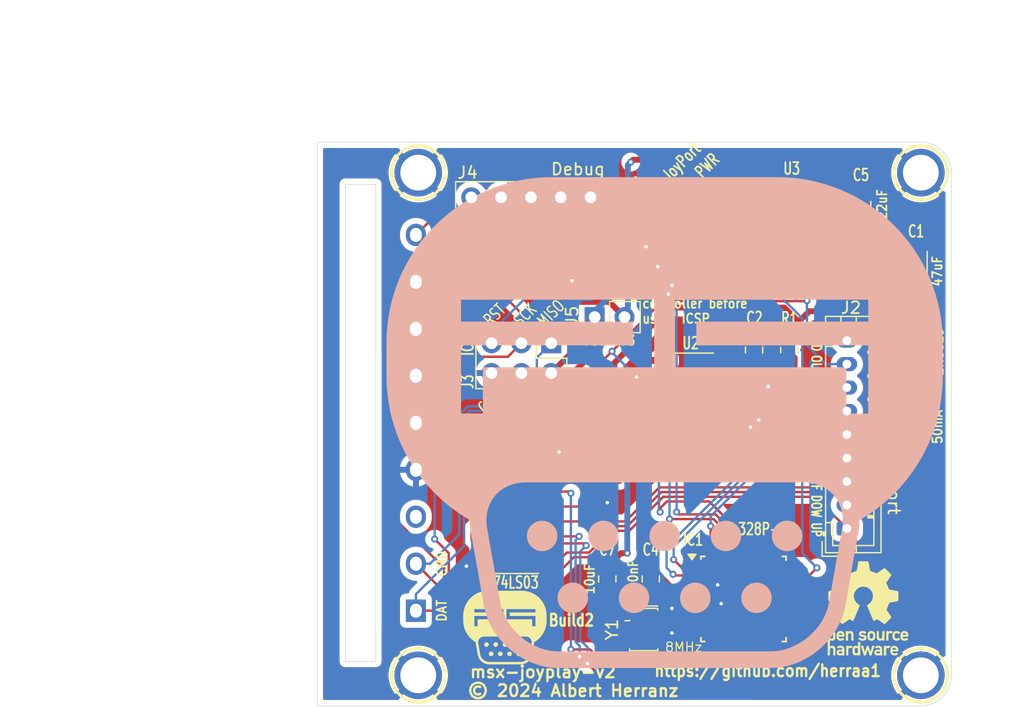
<source format=kicad_pcb>
(kicad_pcb (version 20240108) (generator "pcbnew") (generator_version "8.0")
  (title_block (title "msx-joyplay-v2") (date "2024-07-02") (rev "Build2") (company "Albert Herranz"))
  (layers (0 "F.Cu" signal) (31 "B.Cu" signal) (34 "B.Paste" user) (35 "F.Paste" user) (36 "B.SilkS" user "B.Silkscreen") (37 "F.SilkS" user "F.Silkscreen") (38 "B.Mask" user) (39 "F.Mask" user) (44 "Edge.Cuts" user))
  (net 0 "")
  (net 1 "GND")
  (net 2 "+3V3_REG")
  (net 3 "JOY_5V")
  (net 4 "/+3V3_LED")
  (net 5 "J1_PWR")
  (net 6 "/GPIO_J1_TRIGA")
  (net 7 "/GPIO_J1_RIGHT")
  (net 8 "/GPIO_J1_LEFT")
  (net 9 "/GPIO_J1_DOWN")
  (net 10 "/GPIO_J1_UP")
  (net 11 "LED_J1")
  (net 12 "/PS_ATTN_3V3_SS")
  (net 13 "/PS_CMD_3V3_MOSI")
  (net 14 "/PS_DATA_3V3_MISO")
  (net 15 "/PS_CLK_3V3_SCK")
  (net 16 "/DTR")
  (net 24 "/RESET")
  (net 25 "/D0{slash}RX")
  (net 26 "/D1{slash}TX")
  (net 27 "/GPIO_J1_TRIGB")
  (net 28 "/J1_UP")
  (net 29 "/J1_DOWN")
  (net 30 "/J1_LEFT")
  (net 31 "/J1_RIGHT")
  (net 32 "/J1_TRIGA")
  (net 33 "/J1_TRIGB")
  (net 34 "/J1_OUT")
  (net 35 "/PS_ACK_3V3")
  (net 36 "+5V_FILT")
  (net 37 "/~{J1_OUT_1}")
  (net 38 "/~{J1_OUT_2}")
  (net 39 "/TX")
  (net 40 "/RX")
  (net 43 "Net-(IC1-XTAL1{slash}PB6)")
  (net 44 "Net-(IC1-XTAL2{slash}PB7)")
  (net 45 "Net-(D3-A)")
  (net 48 "MCU_VCC")
  (footprint "Package_TO_SOT_SMD:SOT-223-3_TabPin2" (layer "F.Cu") (at 136 54.5 90)
    (property "Reference" "U3")
    (property "Value" "AMS1117-3.3")
  )
  (footprint "Capacitor_SMD:C_0805_2012Metric_Pad1.18x1.45mm_HandSolder" (layer "F.Cu") (at 120.3 84.2 -90)
    (property "Reference" "C7")
    (property "Value" "10uF")
  )
  (footprint "Package_SO:SOIC-14_3.9x8.7mm_P1.27mm" (layer "F.Cu") (at 112.5 79.3)
    (property "Reference" "U1")
    (property "Value" "74LS03")
  )
  (footprint "My_Components:Hole_3mm" (layer "F.Cu") (at 104.2 49.6)
    (property "Reference" "HOLE4" (hide yes))
    (property "Value" "HOLE" (hide yes))
  )
  (footprint "Resistor_SMD:R_0805_2012Metric_Pad1.20x1.40mm_HandSolder" (layer "F.Cu") (at 123.3 52 -90)
    (property "Reference" "R10")
    (property "Value" "3K3" (hide yes))
  )
  (footprint "Resistor_SMD:R_0805_2012Metric_Pad1.20x1.40mm_HandSolder" (layer "F.Cu") (at 135.8 64.7 -90)
    (property "Reference" "R1")
    (property "Value" "10K")
  )
  (footprint "LED_SMD:LED_0805_2012Metric_Pad1.15x1.40mm_HandSolder" (layer "F.Cu") (at 125.8 52 90)
    (property "Reference" "D3")
    (property "Value" "JoyPort")
  )
  (footprint "PsxControllerShield:PSX_Pad_Connector" (layer "F.Cu") (at 90 70.9 180)
    (property "Reference" "J1" (hide yes))
    (property "Value" "PSX Port")
  )
  (footprint "Connector_JST:JST_PH_B9B-PH-K_1x09_P2.00mm_Vertical" (layer "F.Cu") (at 140.7 79.9 90)
    (property "Reference" "J2")
    (property "Value" "MSX Joystick Port")
  )
  (footprint "Crystal:Resonator_SMD_Murata_CSTxExxV-3Pin_3.0x1.1mm_HandSoldering" (layer "F.Cu") (at 123.4 88.5 -90)
    (property "Reference" "Y1")
    (property "Value" "8MHz")
  )
  (footprint "Resistor_SMD:R_0805_2012Metric_Pad1.20x1.40mm_HandSolder" (layer "F.Cu") (at 110.6 56.6 -90)
    (property "Reference" "R3")
    (property "Value" "1K" (hide yes))
  )
  (footprint "Capacitor_SMD:C_0805_2012Metric_Pad1.18x1.45mm_HandSolder" (layer "F.Cu") (at 124 84.2 -90)
    (property "Reference" "C4")
    (property "Value" "100nF")
  )
  (footprint "My_Components:Hole_3mm" (layer "F.Cu") (at 104.2 92.4)
    (property "Reference" "HOLE3" (hide yes))
    (property "Value" "HOLE" (hide yes))
  )
  (footprint "Diode_SMD:D_SOD-123" (layer "F.Cu") (at 146.6 64.75 -90)
    (property "Reference" "D1")
    (property "Value" "1N5819")
  )
  (footprint "Resistor_SMD:R_0805_2012Metric_Pad1.20x1.40mm_HandSolder" (layer "F.Cu") (at 120.9 74.5 -90)
    (property "Reference" "R8")
    (property "Value" "10K")
  )
  (footprint "Capacitor_SMD:C_0805_2012Metric_Pad1.18x1.45mm_HandSolder" (layer "F.Cu") (at 118 74.5 90)
    (property "Reference" "C3")
    (property "Value" "100nF")
  )
  (footprint "Symbol:OSHW-Logo_7.5x8mm_SilkScreen" (layer "F.Cu") (at 142.1 86.7)
    (property "Reference" "SYM1" (hide yes))
    (property "Value" "Logo_Open_Hardware_Large" (hide yes))
  )
  (footprint "Resistor_SMD:R_0805_2012Metric_Pad1.20x1.40mm_HandSolder" (layer "F.Cu") (at 113.5 56.6 90)
    (property "Reference" "R11")
    (property "Value" "1K" (hide yes))
  )
  (footprint "Capacitor_SMD:C_0805_2012Metric_Pad1.18x1.45mm_HandSolder" (layer "F.Cu") (at 118.6 56.6 90)
    (property "Reference" "C8")
    (property "Value" "100nF" (hide yes))
  )
  (footprint "Connector_PinHeader_2.54mm:PinHeader_1x02_P2.54mm_Vertical" (layer "F.Cu") (at 119.225 61.9 90)
    (property "Reference" "J5")
    (property "Value" "PROG")
  )
  (footprint "Capacitor_SMD:C_0805_2012Metric_Pad1.18x1.45mm_HandSolder" (layer "F.Cu") (at 142.8 58.4 90)
    (property "Reference" "C6")
    (property "Value" "22uF")
  )
  (footprint "Package_QFP:TQFP-32_7x7mm_P0.8mm" (layer "F.Cu") (at 131.9 85.9)
    (property "Reference" "IC1")
    (property "Value" "328P-AU")
  )
  (footprint "Resistor_SMD:R_0805_2012Metric_Pad1.20x1.40mm_HandSolder" (layer "F.Cu") (at 121.1 56.6 -90)
    (property "Reference" "R17")
    (property "Value" "1K" (hide yes))
  )
  (footprint "My_Components:Hole_3mm" (layer "F.Cu") (at 147 92.4)
    (property "Reference" "HOLE1" (hide yes))
    (property "Value" "HOLE" (hide yes))
  )
  (footprint "Capacitor_Tantalum_SMD:CP_EIA-3216-18_Kemet-A_Pad1.58x1.35mm_HandSolder" (layer "F.Cu") (at 146.6 57.9 90)
    (property "Reference" "C1")
    (property "Value" "47uF")
  )
  (footprint "Package_SO:SOIC-14_3.9x8.7mm_P1.27mm" (layer "F.Cu") (at 127.4 69.4)
    (property "Reference" "U2")
    (property "Value" "74LS03")
  )
  (footprint "Connector_PinHeader_2.54mm:PinHeader_1x05_P2.54mm_Vertical" (layer "F.Cu") (at 118.875 51.7 -90)
    (property "Reference" "J4")
    (property "Value" "Debug")
  )
  (footprint "LED_SMD:LED_0805_2012Metric_Pad1.15x1.40mm_HandSolder" (layer "F.Cu") (at 128.3 52 90)
    (property "Reference" "D2")
    (property "Value" "PWR")
  )
  (footprint "Capacitor_SMD:C_0805_2012Metric_Pad1.18x1.45mm_HandSolder" (layer "F.Cu") (at 132.8 64.7 90)
    (property "Reference" "C2")
    (property "Value" "100nF")
  )
  (footprint "Capacitor_SMD:C_0805_2012Metric_Pad1.18x1.45mm_HandSolder" (layer "F.Cu") (at 142 52.3 90)
    (property "Reference" "C5")
    (property "Value" "22uF")
  )
  (footprint "Resistor_SMD:R_0805_2012Metric_Pad1.20x1.40mm_HandSolder" (layer "F.Cu") (at 108.1 56.6 -90)
    (property "Reference" "R2")
    (property "Value" "1K" (hide yes))
  )
  (footprint "Connector_PinHeader_2.54mm:PinHeader_2x03_P2.54mm_Vertical" (layer "F.Cu") (at 115.525 64.125 -90)
    (property "Reference" "J3")
    (property "Value" "ICSP")
  )
  (footprint "My_Components:Hole_3mm" (layer "F.Cu") (at 147 49.6)
    (property "Reference" "HOLE2" (hide yes))
    (property "Value" "HOLE" (hide yes))
  )
  (footprint "Resistor_SMD:R_0805_2012Metric_Pad1.20x1.40mm_HandSolder" (layer "F.Cu") (at 116 56.6 90)
    (property "Reference" "R16")
    (property "Value" "1K" (hide yes))
  )
  (footprint "Resistor_SMD:R_0805_2012Metric_Pad1.20x1.40mm_HandSolder" (layer "F.Cu") (at 130.7 52 90)
    (property "Reference" "R9")
    (property "Value" "3K3" (hide yes))
  )
  (footprint "Fuse:Fuse_1206_3216Metric_Pad1.42x1.75mm_HandSolder" (layer "F.Cu") (at 146.6 71.25 90)
    (property "Reference" "F1")
    (property "Value" "50mA")
  )
  (gr_poly (pts (xy 114.804328 79.476716) (xy 114.858147 79.480809) (xy 114.911183 79.48755) (xy 114.96337 79.496871) (xy 115.014641 79.508706) (xy 115.064931 79.522988) (xy 115.114171 79.539652) (xy 115.162296 79.55863) (xy 115.209239 79.579855) (xy 115.254933 79.603262) (xy 115.299312 79.628783) (xy 115.342309 79.656352) (xy 115.383858 79.685902) (xy 115.423893 79.717367) (xy 115.462345 79.75068) (xy 115.499149 79.785775) (xy 115.534239 79.822585) (xy 115.567548 79.861043) (xy 115.599008 79.901082) (xy 115.628554 79.942637) (xy 115.656119 79.985641) (xy 115.681637 80.030026) (xy 115.70504 80.075727) (xy 115.726262 80.122676) (xy 115.745237 80.170808) (xy 115.761898 80.220055) (xy 115.776179 80.270351) (xy 115.788012 80.32163) (xy 115.797332 80.373824) (xy 115.804071 80.426868) (xy 115.808164 80.480694) (xy 115.809543 80.535236) (xy 115.808164 80.589779) (xy 115.804071 80.643605) (xy 115.797332 80.696648) (xy 115.788012 80.748843) (xy 115.776179 80.800121) (xy 115.761898 80.850418) (xy 115.745237 80.899665) (xy 115.726262 80.947796) (xy 115.70504 80.994746) (xy 115.681637 81.040446) (xy 115.656119 81.084832) (xy 115.628554 81.127835) (xy 115.599008 81.16939) (xy 115.567548 81.209429) (xy 115.534239 81.247887) (xy 115.499149 81.284697) (xy 115.462345 81.319791) (xy 115.423893 81.353105) (xy 115.383858 81.384569) (xy 115.342309 81.41412) (xy 115.299312 81.441689) (xy 115.254933 81.46721) (xy 115.209239 81.490616) (xy 115.162296 81.511841) (xy 115.114171 81.530819) (xy 115.064931 81.547482) (xy 115.014641 81.561765) (xy 114.96337 81.5736) (xy 114.911183 81.582921) (xy 114.858147 81.589661) (xy 114.804328 81.593754) (xy 114.749793 81.595133) (xy 114.695259 81.593754) (xy 114.64144 81.589661) (xy 114.588404 81.582921) (xy 114.536217 81.5736) (xy 114.484945 81.561765) (xy 114.434656 81.547482) (xy 114.385415 81.530819) (xy 114.33729 81.511841) (xy 114.290347 81.490616) (xy 114.244653 81.46721) (xy 114.200274 81.441689) (xy 114.157276 81.41412) (xy 114.115727 81.384569) (xy 114.075693 81.353105) (xy 114.037241 81.319791) (xy 114.000436 81.284697) (xy 113.965346 81.247887) (xy 113.932038 81.209429) (xy 113.900577 81.16939) (xy 113.871031 81.127835) (xy 113.843466 81.084832) (xy 113.817948 81.040446) (xy 113.794545 80.994746) (xy 113.773322 80.947796) (xy 113.754347 80.899665) (xy 113.737686 80.850418) (xy 113.723406 80.800121) (xy 113.711572 80.748843) (xy 113.702253 80.696648) (xy 113.695513 80.643605) (xy 113.691421 80.589779) (xy 113.690042 80.535236) (xy 113.691421 80.480694) (xy 113.695513 80.426868) (xy 113.702253 80.373824) (xy 113.711572 80.32163) (xy 113.723406 80.270351) (xy 113.737686 80.220055) (xy 113.754347 80.170808) (xy 113.773322 80.122676) (xy 113.794545 80.075727) (xy 113.817948 80.030026) (xy 113.843466 79.985641) (xy 113.871031 79.942637) (xy 113.900577 79.901082) (xy 113.932038 79.861043) (xy 113.965346 79.822585) (xy 114.000436 79.785775) (xy 114.037241 79.75068) (xy 114.075693 79.717367) (xy 114.115727 79.685902) (xy 114.157276 79.656352) (xy 114.200274 79.628783) (xy 114.244653 79.603262) (xy 114.290347 79.579855) (xy 114.33729 79.55863) (xy 114.385415 79.539652) (xy 114.434656 79.522988) (xy 114.484945 79.508706) (xy 114.536217 79.496871) (xy 114.588404 79.48755) (xy 114.64144 79.480809) (xy 114.695259 79.476716) (xy 114.749793 79.475337)) (stroke (width 0.473069) (color 255 255 255 1)) (fill solid) (layer "B.SilkS"))
  (gr_poly (pts (xy 135.474084 49.997671) (xy 136.193299 50.052023) (xy 136.901827 50.141541) (xy 137.598792 50.26535) (xy 138.28332 50.422578) (xy 138.954538 50.612348) (xy 139.61157 50.833788) (xy 140.253544 51.086022) (xy 140.879584 51.368177) (xy 141.488817 51.679378) (xy 142.080368 52.018751) (xy 142.653364 52.385422) (xy 143.206929 52.778517) (xy 143.740191 53.19716) (xy 144.252275 53.640479) (xy 144.742306 54.107598) (xy 145.209411 54.597644) (xy 145.652716 55.109741) (xy 146.071345 55.643017) (xy 146.464426 56.196597) (xy 146.831084 56.769606) (xy 147.170444 57.36117) (xy 147.481634 57.970415) (xy 147.763777 58.596466) (xy 148.016002 59.23845) (xy 148.237432 59.895492) (xy 148.427194 60.566718) (xy 148.584415 61.251253) (xy 148.708219 61.948224) (xy 148.797733 62.656756) (xy 148.852082 63.375975) (xy 148.870393 64.105007) (xy 148.870393 66.920339) (xy 148.861135 67.43894) (xy 148.833571 67.952706) (xy 148.788015 68.461326) (xy 148.724779 68.964486) (xy 148.644178 69.461877) (xy 148.546524 69.953184) (xy 148.432132 70.438098) (xy 148.301316 70.916305) (xy 148.154387 71.387494) (xy 147.991661 71.851353) (xy 147.813451 72.307569) (xy 147.62007 72.755832) (xy 147.411832 73.195829) (xy 147.18905 73.627248) (xy 146.952038 74.049778) (xy 146.70111 74.463106) (xy 146.436579 74.86692) (xy 146.158758 75.260909) (xy 145.867961 75.644761) (xy 145.564503 76.018164) (xy 145.248695 76.380805) (xy 144.920853 76.732374) (xy 144.581288 77.072557) (xy 144.230316 77.401043) (xy 143.868249 77.717521) (xy 143.495401 78.021678) (xy 143.112086 78.313203) (xy 142.718617 78.591783) (xy 142.315308 78.857106) (xy 141.902471 79.108862) (xy 141.480422 79.346737) (xy 141.049473 79.570419) (xy 141.061859 79.346551) (xy 141.063174 79.125911) (xy 141.053632 78.908754) (xy 141.033443 78.695336) (xy 141.002821 78.485909) (xy 140.961977 78.280728) (xy 140.911125 78.080048) (xy 140.850476 77.884122) (xy 140.780242 77.693206) (xy 140.700637 77.507554) (xy 140.611871 77.327419) (xy 140.514158 77.153056) (xy 140.40771 76.98472) (xy 140.292739 76.822665) (xy 140.169458 76.667144) (xy 140.038078 76.518413) (xy 139.898812 76.376726) (xy 139.751872 76.242337) (xy 139.597471 76.1155) (xy 139.435821 75.996469) (xy 139.267134 75.8855) (xy 139.091622 75.782846) (xy 138.909498 75.688761) (xy 138.720974 75.603501) (xy 138.526263 75.527318) (xy 138.325576 75.460469) (xy 138.119126 75.403206) (xy 137.907126 75.355784) (xy 137.689787 75.318458) (xy 137.467322 75.291481) (xy 137.239942 75.275109) (xy 137.007862 75.269595) (xy 113.356904 75.269595) (xy 113.124898 75.275109) (xy 112.897583 75.291481) (xy 112.675172 75.318458) (xy 112.457876 75.355784) (xy 112.245911 75.403206) (xy 112.039487 75.460469) (xy 111.838818 75.527318) (xy 111.644117 75.603501) (xy 111.455597 75.688761) (xy 111.27347 75.782846) (xy 111.097949 75.8855) (xy 110.929248 75.996469) (xy 110.767578 76.1155) (xy 110.613153 76.242337) (xy 110.466186 76.376726) (xy 110.326889 76.518413) (xy 110.195475 76.667144) (xy 110.072158 76.822665) (xy 109.957149 76.98472) (xy 109.850662 77.153056) (xy 109.75291 77.327419) (xy 109.664104 77.507554) (xy 109.58446 77.693206) (xy 109.514188 77.884122) (xy 109.453502 78.080048) (xy 109.402614 78.280728) (xy 109.361738 78.485909) (xy 109.331087 78.695336) (xy 109.310873 78.908754) (xy 109.301308 79.125911) (xy 109.302607 79.346551) (xy 109.314981 79.570419) (xy 108.461989 79.108852) (xy 107.645848 78.591764) (xy 106.869067 78.021651) (xy 106.134155 77.401008) (xy 105.443619 76.732331) (xy 104.799969 76.018116) (xy 104.205713 75.260857) (xy 103.66336 74.46305) (xy 103.175418 73.627191) (xy 102.744396 72.755776) (xy 102.372803 71.851299) (xy 102.063146 70.916256) (xy 101.817936 69.953144) (xy 101.639679 68.964456) (xy 101.530886 67.952689) (xy 101.494064 66.920339) (xy 101.494064 64.105007) (xy 101.512376 63.375975) (xy 101.566727 62.656756) (xy 101.614171 62.281243) (xy 107.845304 62.281243) (xy 122.480997 62.281243) (xy 122.480997 64.304994) (xy 107.845304 64.304994) (xy 107.845304 70.111463) (xy 109.709065 70.111463) (xy 109.709065 66.16938) (xy 124.291739 66.16938) (xy 126.073025 66.16938) (xy 140.6557 66.16938) (xy 140.6557 70.111463) (xy 142.519462 70.111463) (xy 142.519462 64.304994) (xy 127.883458 64.304994) (xy 127.883458 62.281243) (xy 142.519462 62.281243) (xy 142.519462 60.416861) (xy 126.073025 60.416861) (xy 126.073025 66.16938) (xy 124.291739 66.16938) (xy 124.291739 60.416861) (xy 107.845304 60.416861) (xy 107.845304 62.281243) (xy 101.614171 62.281243) (xy 101.656245 61.948224) (xy 101.780055 61.251253) (xy 101.937282 60.566718) (xy 102.127053 59.895492) (xy 102.348493 59.23845) (xy 102.600727 58.596466) (xy 102.882882 57.970415) (xy 103.194083 57.36117) (xy 103.533456 56.769606) (xy 103.900127 56.196597) (xy 104.293221 55.643017) (xy 104.711865 55.109741) (xy 105.155184 54.597644) (xy 105.622303 54.107598) (xy 106.112348 53.640479) (xy 106.624446 53.19716) (xy 107.157722 52.778517) (xy 107.711302 52.385422) (xy 108.28431 52.018751) (xy 108.875874 51.679378) (xy 109.485119 51.368177) (xy 110.111171 51.086022) (xy 110.753155 50.833788) (xy 111.410197 50.612348) (xy 112.081423 50.422578) (xy 112.765958 50.26535) (xy 113.462929 50.141541) (xy 114.171461 50.052023) (xy 114.89068 49.997671) (xy 115.619711 49.979359) (xy 134.745054 49.979359)) (stroke (width -0.000001)) (fill solid) (layer "B.SilkS"))
  (gr_poly (pts (xy 122.629238 84.747794) (xy 122.683038 84.751885) (xy 122.736056 84.758623) (xy 122.788226 84.767941) (xy 122.839479 84.779772) (xy 122.889751 84.79405) (xy 122.938975 84.810707) (xy 122.987083 84.829679) (xy 123.03401 84.850897) (xy 123.079689 84.874295) (xy 123.124053 84.899808) (xy 123.167035 84.927367) (xy 123.20857 84.956908) (xy 123.24859 84.988362) (xy 123.28703 85.021664) (xy 123.323822 85.056746) (xy 123.358899 85.093543) (xy 123.392196 85.131988) (xy 123.423646 85.172014) (xy 123.453182 85.213555) (xy 123.480738 85.256543) (xy 123.506246 85.300913) (xy 123.529642 85.346598) (xy 123.550857 85.393532) (xy 123.569825 85.441647) (xy 123.586481 85.490877) (xy 123.600756 85.541156) (xy 123.612585 85.592417) (xy 123.621902 85.644594) (xy 123.628639 85.697619) (xy 123.63273 85.751427) (xy 123.634108 85.80595) (xy 123.63273 85.860474) (xy 123.628639 85.914281) (xy 123.621902 85.967307) (xy 123.612585 86.019483) (xy 123.600756 86.070744) (xy 123.586481 86.121023) (xy 123.569825 86.170253) (xy 123.550857 86.218368) (xy 123.529642 86.265302) (xy 123.506246 86.310987) (xy 123.480738 86.355357) (xy 123.453182 86.398345) (xy 123.423646 86.439886) (xy 123.392196 86.479912) (xy 123.358899 86.518356) (xy 123.323822 86.555153) (xy 123.28703 86.590236) (xy 123.24859 86.623537) (xy 123.20857 86.654992) (xy 123.167035 86.684532) (xy 123.124053 86.712091) (xy 123.079689 86.737603) (xy 123.03401 86.761002) (xy 122.987083 86.78222) (xy 122.938975 86.801191) (xy 122.889751 86.817849) (xy 122.839479 86.832126) (xy 122.788226 86.843957) (xy 122.736056 86.853275) (xy 122.683038 86.860013) (xy 122.629238 86.864105) (xy 122.574722 86.865483) (xy 122.520206 86.864105) (xy 122.466406 86.860013) (xy 122.413388 86.853275) (xy 122.361218 86.843957) (xy 122.309965 86.832126) (xy 122.259693 86.817849) (xy 122.210469 86.801191) (xy 122.162361 86.78222) (xy 122.115434 86.761002) (xy 122.069755 86.737603) (xy 122.025391 86.712091) (xy 121.982409 86.684532) (xy 121.940874 86.654992) (xy 121.900853 86.623537) (xy 121.862414 86.590236) (xy 121.825622 86.555153) (xy 121.790545 86.518356) (xy 121.757248 86.479912) (xy 121.725798 86.439886) (xy 121.696262 86.398345) (xy 121.668706 86.355357) (xy 121.643198 86.310987) (xy 121.619802 86.265302) (xy 121.598587 86.218368) (xy 121.579619 86.170253) (xy 121.562963 86.121023) (xy 121.548688 86.070744) (xy 121.536858 86.019483) (xy 121.527542 85.967307) (xy 121.520805 85.914281) (xy 121.516714 85.860474) (xy 121.515336 85.80595) (xy 121.516714 85.751427) (xy 121.520805 85.697619) (xy 121.527542 85.644594) (xy 121.536858 85.592417) (xy 121.548688 85.541156) (xy 121.562963 85.490877) (xy 121.579619 85.441647) (xy 121.598587 85.393532) (xy 121.619802 85.346598) (xy 121.643198 85.300913) (xy 121.668706 85.256543) (xy 121.696262 85.213555) (xy 121.725798 85.172014) (xy 121.757248 85.131988) (xy 121.790545 85.093543) (xy 121.825622 85.056746) (xy 121.862414 85.021664) (xy 121.900853 84.988362) (xy 121.940874 84.956908) (xy 121.982409 84.927367) (xy 122.025391 84.899808) (xy 122.069755 84.874295) (xy 122.115434 84.850897) (xy 122.162361 84.829679) (xy 122.210469 84.810707) (xy 122.259693 84.79405) (xy 122.309965 84.779772) (xy 122.361218 84.767941) (xy 122.413388 84.758623) (xy 122.466406 84.751885) (xy 122.520206 84.747794) (xy 122.574722 84.746415)) (stroke (width 0.473069) (color 255 255 255 1)) (fill solid) (layer "B.SilkS"))
  (gr_poly (pts (xy 137.254108 75.27585) (xy 137.495083 75.294283) (xy 137.730498 75.324633) (xy 137.960097 75.366596) (xy 138.183626 75.419867) (xy 138.400831 75.484142) (xy 138.611456 75.559118) (xy 138.815245 75.644489) (xy 139.011946 75.739952) (xy 139.201302 75.845203) (xy 139.383058 75.959937) (xy 139.556961 76.08385) (xy 139.722754 76.216638) (xy 139.880184 76.357996) (xy 140.028994 76.507621) (xy 140.168931 76.665209) (xy 140.29974 76.830454) (xy 140.421165 77.003053) (xy 140.532952 77.182702) (xy 140.634845 77.369097) (xy 140.726591 77.561932) (xy 140.807934 77.760905) (xy 140.878619 77.965711) (xy 140.938391 78.176045) (xy 140.986996 78.391604) (xy 141.024179 78.612083) (xy 141.049684 78.837178) (xy 141.063257 79.066585) (xy 141.064644 79.3) (xy 141.053588 79.537118) (xy 141.029836 79.777635) (xy 140.993132 80.021248) (xy 139.879839 86.317439) (xy 139.830403 86.561042) (xy 139.769106 86.801564) (xy 139.696309 87.038699) (xy 139.612377 87.272143) (xy 139.517673 87.501591) (xy 139.412558 87.726738) (xy 139.297397 87.947278) (xy 139.172553 88.162906) (xy 139.038388 88.373318) (xy 138.895265 88.578208) (xy 138.583598 88.970201) (xy 138.240458 89.336446) (xy 137.868747 89.674502) (xy 137.471371 89.981927) (xy 137.051232 90.256282) (xy 136.611237 90.495125) (xy 136.384699 90.600466) (xy 136.154287 90.696015) (xy 135.920362 90.781465) (xy 135.683288 90.856511) (xy 135.443428 90.920849) (xy 135.201144 90.974174) (xy 134.9568 91.016179) (xy 134.710759 91.046561) (xy 134.463383 91.065014) (xy 134.215036 91.071233) (xy 116.149767 91.071233) (xy 115.901387 91.065014) (xy 115.653979 91.046561) (xy 115.407906 91.016179) (xy 115.163532 90.974174) (xy 114.92122 90.920849) (xy 114.681333 90.856511) (xy 114.444234 90.781465) (xy 114.210286 90.696015) (xy 113.979852 90.600466) (xy 113.753295 90.495125) (xy 113.530979 90.380295) (xy 113.313267 90.256282) (xy 113.100521 90.123391) (xy 112.893105 89.981927) (xy 112.691382 89.832196) (xy 112.495715 89.674502) (xy 112.306467 89.50915) (xy 112.124001 89.336446) (xy 111.948681 89.156695) (xy 111.780869 88.970201) (xy 111.620929 88.77727) (xy 111.469224 88.578208) (xy 111.326116 88.373318) (xy 111.19197 88.162906) (xy 111.067147 87.947278) (xy 110.952012 87.726738) (xy 110.846927 87.501591) (xy 110.752255 87.272143) (xy 110.66836 87.038699) (xy 110.595605 86.801564) (xy 110.534352 86.561042) (xy 110.484965 86.317439) (xy 109.37149 80.021248) (xy 109.334788 79.777635) (xy 109.311044 79.537118) (xy 109.3 79.3) (xy 109.301402 79.066585) (xy 109.314994 78.837178) (xy 109.340521 78.612083) (xy 109.377728 78.391604) (xy 109.426359 78.176045) (xy 109.486159 77.965711) (xy 109.556872 77.760905) (xy 109.638243 77.561932) (xy 109.730017 77.369097) (xy 109.831938 77.182702) (xy 109.943752 77.003053) (xy 110.065202 76.830454) (xy 110.196033 76.665209) (xy 110.33599 76.507621) (xy 110.484817 76.357996) (xy 110.64226 76.216638) (xy 110.808062 76.08385) (xy 110.981969 75.959937) (xy 111.163725 75.845203) (xy 111.353074 75.739952) (xy 111.549762 75.644489) (xy 111.753532 75.559118) (xy 111.96413 75.484142) (xy 112.1813 75.419867) (xy 112.404787 75.366596) (xy 112.634336 75.324633) (xy 112.86969 75.294283) (xy 113.110595 75.27585) (xy 113.356796 75.269638) (xy 137.007827 75.269638)) (stroke (width 1.418227) (color 255 255 255 1)) (fill none) (layer "B.SilkS"))
  (gr_poly (pts (xy 127.844036 84.747794) (xy 127.897836 84.751885) (xy 127.950854 84.758623) (xy 128.003023 84.767941) (xy 128.054277 84.779772) (xy 128.104548 84.79405) (xy 128.153772 84.810707) (xy 128.20188 84.829679) (xy 128.248807 84.850897) (xy 128.294486 84.874295) (xy 128.33885 84.899808) (xy 128.381832 84.927367) (xy 128.423367 84.956908) (xy 128.463387 84.988362) (xy 128.501827 85.021664) (xy 128.538619 85.056746) (xy 128.573696 85.093543) (xy 128.606994 85.131988) (xy 128.638443 85.172014) (xy 128.667979 85.213555) (xy 128.695535 85.256543) (xy 128.721044 85.300913) (xy 128.744439 85.346598) (xy 128.765654 85.393532) (xy 128.784623 85.441647) (xy 128.801278 85.490877) (xy 128.815554 85.541156) (xy 128.827383 85.592417) (xy 128.8367 85.644594) (xy 128.843437 85.697619) (xy 128.847528 85.751427) (xy 128.848906 85.80595) (xy 128.847528 85.860474) (xy 128.843437 85.914281) (xy 128.8367 85.967307) (xy 128.827383 86.019483) (xy 128.815554 86.070744) (xy 128.801278 86.121023) (xy 128.784623 86.170253) (xy 128.765654 86.218368) (xy 128.744439 86.265302) (xy 128.721044 86.310987) (xy 128.695535 86.355357) (xy 128.667979 86.398345) (xy 128.638443 86.439886) (xy 128.606994 86.479912) (xy 128.573696 86.518356) (xy 128.538619 86.555153) (xy 128.501827 86.590236) (xy 128.463387 86.623537) (xy 128.423367 86.654992) (xy 128.381832 86.684532) (xy 128.33885 86.712091) (xy 128.294486 86.737603) (xy 128.248807 86.761002) (xy 128.20188 86.78222) (xy 128.153772 86.801191) (xy 128.104548 86.817849) (xy 128.054277 86.832126) (xy 128.003023 86.843957) (xy 127.950854 86.853275) (xy 127.897836 86.860013) (xy 127.844036 86.864105) (xy 127.78952 86.865483) (xy 127.735004 86.864105) (xy 127.681204 86.860013) (xy 127.628186 86.853275) (xy 127.576016 86.843957) (xy 127.524762 86.832126) (xy 127.474491 86.817849) (xy 127.425267 86.801191) (xy 127.377159 86.78222) (xy 127.330232 86.761002) (xy 127.284553 86.737603) (xy 127.240189 86.712091) (xy 127.197207 86.684532) (xy 127.155672 86.654992) (xy 127.115651 86.623537) (xy 127.077212 86.590236) (xy 127.04042 86.555153) (xy 127.005343 86.518356) (xy 126.972046 86.479912) (xy 126.940596 86.439886) (xy 126.91106 86.398345) (xy 126.883504 86.355357) (xy 126.857996 86.310987) (xy 126.8346 86.265302) (xy 126.813385 86.218368) (xy 126.794417 86.170253) (xy 126.777761 86.121023) (xy 126.763486 86.070744) (xy 126.751656 86.019483) (xy 126.74234 85.967307) (xy 126.735603 85.914281) (xy 126.731512 85.860474) (xy 126.730133 85.80595) (xy 126.731512 85.751427) (xy 126.735603 85.697619) (xy 126.74234 85.644594) (xy 126.751656 85.592417) (xy 126.763486 85.541156) (xy 126.777761 85.490877) (xy 126.794417 85.441647) (xy 126.813385 85.393532) (xy 126.8346 85.346598) (xy 126.857996 85.300913) (xy 126.883504 85.256543) (xy 126.91106 85.213555) (xy 126.940596 85.172014) (xy 126.972046 85.131988) (xy 127.005343 85.093543) (xy 127.04042 85.056746) (xy 127.077212 85.021664) (xy 127.115651 84.988362) (xy 127.155672 84.956908) (xy 127.197207 84.927367) (xy 127.240189 84.899808) (xy 127.284553 84.874295) (xy 127.330232 84.850897) (xy 127.377159 84.829679) (xy 127.425267 84.810707) (xy 127.474491 84.79405) (xy 127.524762 84.779772) (xy 127.576016 84.767941) (xy 127.628186 84.758623) (xy 127.681204 84.751885) (xy 127.735004 84.747794) (xy 127.78952 84.746415)) (stroke (width 0.473069) (color 255 255 255 1)) (fill solid) (layer "B.SilkS"))
  (gr_poly (pts (xy 133.061172 84.747613) (xy 133.114942 84.751704) (xy 133.167928 84.758441) (xy 133.220064 84.767757) (xy 133.271283 84.779586) (xy 133.321519 84.793861) (xy 133.370707 84.810515) (xy 133.418778 84.829483) (xy 133.465667 84.850697) (xy 133.511308 84.87409) (xy 133.555634 84.899597) (xy 133.598579 84.92715) (xy 133.640076 84.956683) (xy 133.680059 84.988129) (xy 133.718461 85.021422) (xy 133.755217 85.056495) (xy 133.79026 85.093281) (xy 133.823522 85.131715) (xy 133.854939 85.171728) (xy 133.884443 85.213256) (xy 133.911969 85.25623) (xy 133.937449 85.300585) (xy 133.960818 85.346254) (xy 133.982009 85.39317) (xy 134.000955 85.441266) (xy 134.017591 85.490477) (xy 134.031849 85.540735) (xy 134.043664 85.591974) (xy 134.052969 85.644127) (xy 134.059698 85.697128) (xy 134.063783 85.750909) (xy 134.06516 85.805406) (xy 134.063783 85.859918) (xy 134.059698 85.913715) (xy 134.052969 85.96673) (xy 134.043664 86.018897) (xy 134.031849 86.070148) (xy 134.017591 86.120418) (xy 134.000955 86.169639) (xy 133.982009 86.217746) (xy 133.960818 86.264671) (xy 133.937449 86.310348) (xy 133.911969 86.35471) (xy 133.884443 86.397691) (xy 133.854939 86.439225) (xy 133.823522 86.479244) (xy 133.79026 86.517682) (xy 133.755217 86.554473) (xy 133.718461 86.58955) (xy 133.680059 86.622846) (xy 133.640076 86.654295) (xy 133.598579 86.683831) (xy 133.555634 86.711386) (xy 133.511308 86.736894) (xy 133.465667 86.760289) (xy 133.418778 86.781504) (xy 133.370707 86.800473) (xy 133.321519 86.817128) (xy 133.271283 86.831403) (xy 133.220064 86.843232) (xy 133.167928 86.852549) (xy 133.114942 86.859286) (xy 133.061172 86.863377) (xy 133.006685 86.864755) (xy 132.952115 86.863377) (xy 132.89827 86.859286) (xy 132.845214 86.852549) (xy 132.793013 86.843232) (xy 132.741735 86.831403) (xy 132.691445 86.817128) (xy 132.642209 86.800473) (xy 132.594094 86.781504) (xy 132.547165 86.760289) (xy 132.501489 86.736894) (xy 132.457132 86.711386) (xy 132.41416 86.683831) (xy 132.372639 86.654295) (xy 132.332636 86.622846) (xy 132.294216 86.58955) (xy 132.257446 86.554473) (xy 132.222392 86.517682) (xy 132.18912 86.479244) (xy 132.157696 86.439225) (xy 132.128187 86.397691) (xy 132.100658 86.35471) (xy 132.075176 86.310348) (xy 132.051807 86.264671) (xy 132.030616 86.217746) (xy 132.011671 86.169639) (xy 131.995038 86.120418) (xy 131.980782 86.070148) (xy 131.968969 86.018897) (xy 131.959666 85.96673) (xy 131.95294 85.913715) (xy 131.948855 85.859918) (xy 131.947479 85.805406) (xy 131.948856 85.750925) (xy 131.952942 85.697158) (xy 131.959671 85.644169) (xy 131.968977 85.592026) (xy 131.980793 85.540796) (xy 131.995053 85.490545) (xy 132.011692 85.441339) (xy 132.030642 85.393247) (xy 132.051838 85.346333) (xy 132.075213 85.300666) (xy 132.100701 85.256311) (xy 132.128235 85.213336) (xy 132.15775 85.171807) (xy 132.189179 85.131791) (xy 132.222456 85.093354) (xy 132.257515 85.056564) (xy 132.294289 85.021486) (xy 132.332712 84.988188) (xy 132.372718 84.956737) (xy 132.41424 84.927198) (xy 132.457213 84.899639) (xy 132.50157 84.874127) (xy 132.547245 84.850728) (xy 132.594171 84.829509) (xy 132.642282 84.810536) (xy 132.691513 84.793877) (xy 132.741796 84.779597) (xy 132.793066 84.767764) (xy 132.845256 84.758445) (xy 132.8983 84.751706) (xy 132.952131 84.747613) (xy 133.006685 84.746234)) (stroke (width 0.473069) (color 255 255 255 1)) (fill solid) (layer "B.SilkS"))
  (gr_poly (pts (xy 130.452187 79.4769) (xy 130.506008 79.480994) (xy 130.559045 79.487736) (xy 130.611231 79.49706) (xy 130.662501 79.508898) (xy 130.712787 79.523184) (xy 130.762023 79.539852) (xy 130.810143 79.558835) (xy 130.85708 79.580065) (xy 130.902768 79.603477) (xy 130.94714 79.629005) (xy 130.990129 79.65658) (xy 131.03167 79.686137) (xy 131.071695 79.717609) (xy 131.110138 79.750929) (xy 131.146933 79.786032) (xy 131.182013 79.822849) (xy 131.215312 79.861314) (xy 131.246763 79.901362) (xy 131.276299 79.942924) (xy 131.303855 79.985935) (xy 131.329364 80.030328) (xy 131.352759 80.076037) (xy 131.373973 80.122994) (xy 131.392941 80.171132) (xy 131.409595 80.220387) (xy 131.42387 80.27069) (xy 131.435698 80.321975) (xy 131.445013 80.374175) (xy 131.45175 80.427224) (xy 131.45584 80.481056) (xy 131.457219 80.535603) (xy 131.45584 80.590132) (xy 131.45175 80.643945) (xy 131.445013 80.696974) (xy 131.435698 80.749155) (xy 131.42387 80.800419) (xy 131.409595 80.8507) (xy 131.392941 80.899932) (xy 131.373973 80.948049) (xy 131.352759 80.994983) (xy 131.329364 81.040668) (xy 131.303855 81.085039) (xy 131.276299 81.128027) (xy 131.246763 81.169567) (xy 131.215312 81.209592) (xy 131.182013 81.248035) (xy 131.146933 81.28483) (xy 131.110138 81.319911) (xy 131.071695 81.353211) (xy 131.03167 81.384663) (xy 130.990129 81.414202) (xy 130.94714 81.441759) (xy 130.902768 81.467269) (xy 130.85708 81.490665) (xy 130.810143 81.511882) (xy 130.762023 81.530851) (xy 130.712787 81.547507) (xy 130.662501 81.561783) (xy 130.611231 81.573612) (xy 130.559045 81.582929) (xy 130.506008 81.589666) (xy 130.452187 81.593757) (xy 130.397649 81.595136) (xy 130.343192 81.593757) (xy 130.289444 81.589666) (xy 130.236472 81.582929) (xy 130.184343 81.573612) (xy 130.133124 81.561783) (xy 130.082882 81.547507) (xy 130.033684 81.530851) (xy 129.985595 81.511882) (xy 129.938685 81.490665) (xy 129.893018 81.467269) (xy 129.848662 81.441759) (xy 129.805684 81.414202) (xy 129.764151 81.384663) (xy 129.72413 81.353211) (xy 129.685687 81.319911) (xy 129.648889 81.28483) (xy 129.613803 81.248035) (xy 129.580497 81.209592) (xy 129.549036 81.169567) (xy 129.519489 81.128027) (xy 129.49192 81.085039) (xy 129.466399 81.040668) (xy 129.44299 80.994983) (xy 129.421762 80.948049) (xy 129.402781 80.899932) (xy 129.386113 80.8507) (xy 129.371827 80.800419) (xy 129.359988 80.749155) (xy 129.350663 80.696974) (xy 129.34392 80.643945) (xy 129.339826 80.590132) (xy 129.338446 80.535603) (xy 129.339826 80.481056) (xy 129.34392 80.427225) (xy 129.350664 80.374176) (xy 129.359988 80.321975) (xy 129.371827 80.27069) (xy 129.386114 80.220387) (xy 129.402781 80.171133) (xy 129.421762 80.122995) (xy 129.44299 80.076038) (xy 129.466399 80.030329) (xy 129.491921 79.985936) (xy 129.519489 79.942925) (xy 129.549037 79.901363) (xy 129.580498 79.861315) (xy 129.613804 79.82285) (xy 129.64889 79.786032) (xy 129.685688 79.75093) (xy 129.724131 79.71761) (xy 129.764152 79.686138) (xy 129.805685 79.656581) (xy 129.848663 79.629005) (xy 129.893019 79.603478) (xy 129.938685 79.580066) (xy 129.985596 79.558835) (xy 130.033684 79.539852) (xy 130.082883 79.523184) (xy 130.133125 79.508898) (xy 130.184344 79.49706) (xy 130.236473 79.487736) (xy 130.289444 79.480994) (xy 130.343192 79.4769) (xy 130.397649 79.47552)) (stroke (width 0.473069) (color 255 255 255 1)) (fill solid) (layer "B.SilkS"))
  (gr_poly (pts (xy 125.237165 79.477443) (xy 125.290947 79.481534) (xy 125.343947 79.488269) (xy 125.396098 79.497584) (xy 125.447334 79.509411) (xy 125.497589 79.523683) (xy 125.546796 79.540335) (xy 125.594887 79.5593) (xy 125.641798 79.580511) (xy 125.687461 79.603901) (xy 125.73181 79.629405) (xy 125.774778 79.656955) (xy 125.816298 79.686485) (xy 125.856305 79.717928) (xy 125.894731 79.751218) (xy 125.93151 79.786289) (xy 125.966576 79.823073) (xy 125.999861 79.861505) (xy 126.0313 79.901517) (xy 126.060826 79.943043) (xy 126.088372 79.986017) (xy 126.113872 80.030372) (xy 126.137259 80.076042) (xy 126.158467 80.122959) (xy 126.177429 80.171058) (xy 126.194079 80.220271) (xy 126.20835 80.270533) (xy 126.220175 80.321776) (xy 126.229488 80.373935) (xy 126.236223 80.426942) (xy 126.240313 80.480732) (xy 126.24169 80.535236) (xy 126.240313 80.589741) (xy 126.236223 80.64353) (xy 126.229488 80.696537) (xy 126.220175 80.748696) (xy 126.20835 80.799939) (xy 126.194079 80.850201) (xy 126.177429 80.899414) (xy 126.158467 80.947513) (xy 126.137259 80.99443) (xy 126.113872 81.040099) (xy 126.088372 81.084454) (xy 126.060826 81.127428) (xy 126.0313 81.168954) (xy 125.999861 81.208966) (xy 125.966576 81.247398) (xy 125.93151 81.284182) (xy 125.894731 81.319252) (xy 125.856305 81.352543) (xy 125.816298 81.383986) (xy 125.774778 81.413516) (xy 125.73181 81.441066) (xy 125.687461 81.466569) (xy 125.641798 81.48996) (xy 125.594887 81.511171) (xy 125.546796 81.530135) (xy 125.497589 81.546787) (xy 125.447334 81.56106) (xy 125.396098 81.572887) (xy 125.343947 81.582201) (xy 125.290947 81.588937) (xy 125.237165 81.593027) (xy 125.182668 81.594405) (xy 125.128171 81.593027) (xy 125.074389 81.588937) (xy 125.021389 81.582201) (xy 124.969238 81.572887) (xy 124.918002 81.56106) (xy 124.867747 81.546787) (xy 124.81854 81.530135) (xy 124.770448 81.511171) (xy 124.723538 81.48996) (xy 124.677875 81.466569) (xy 124.633526 81.441066) (xy 124.590558 81.413516) (xy 124.549038 81.383986) (xy 124.509031 81.352543) (xy 124.470605 81.319252) (xy 124.433826 81.284182) (xy 124.39876 81.247398) (xy 124.365475 81.208966) (xy 124.334036 81.168954) (xy 124.30451 81.127428) (xy 124.276964 81.084454) (xy 124.251464 81.040099) (xy 124.228077 80.99443) (xy 124.206869 80.947513) (xy 124.187907 80.899414) (xy 124.171257 80.850201) (xy 124.156986 80.799939) (xy 124.145161 80.748696) (xy 124.135848 80.696537) (xy 124.129113 80.64353) (xy 124.125023 80.589741) (xy 124.123645 80.535236) (xy 124.125023 80.480732) (xy 124.129113 80.426942) (xy 124.135848 80.373935) (xy 124.145161 80.321776) (xy 124.156986 80.270533) (xy 124.171257 80.220271) (xy 124.187907 80.171058) (xy 124.206869 80.122959) (xy 124.228077 80.076042) (xy 124.251464 80.030372) (xy 124.276964 79.986017) (xy 124.30451 79.943043) (xy 124.334036 79.901517) (xy 124.365475 79.861505) (xy 124.39876 79.823073) (xy 124.433826 79.786289) (xy 124.470605 79.751218) (xy 124.509031 79.717928) (xy 124.549038 79.686485) (xy 124.590558 79.656955) (xy 124.633526 79.629405) (xy 124.677875 79.603901) (xy 124.723538 79.580511) (xy 124.770448 79.5593) (xy 124.81854 79.540335) (xy 124.867747 79.523683) (xy 124.918002 79.509411) (xy 124.969238 79.497584) (xy 125.021389 79.488269) (xy 125.074389 79.481534) (xy 125.128171 79.477443) (xy 125.182668 79.476065)) (stroke (width 0.473069) (color 255 255 255 1)) (fill solid) (layer "B.SilkS"))
  (gr_poly (pts (xy 120.021311 79.476716) (xy 120.075129 79.480809) (xy 120.128166 79.48755) (xy 120.180353 79.496871) (xy 120.231625 79.508706) (xy 120.281914 79.522988) (xy 120.331154 79.539652) (xy 120.379279 79.55863) (xy 120.426223 79.579855) (xy 120.471917 79.603262) (xy 120.516296 79.628783) (xy 120.559294 79.656352) (xy 120.600843 79.685902) (xy 120.640877 79.717367) (xy 120.67933 79.75068) (xy 120.716134 79.785775) (xy 120.751224 79.822585) (xy 120.784533 79.861043) (xy 120.815993 79.901082) (xy 120.845539 79.942637) (xy 120.873105 79.985641) (xy 120.898622 80.030026) (xy 120.922025 80.075727) (xy 120.943248 80.122676) (xy 120.962223 80.170808) (xy 120.978884 80.220055) (xy 120.993165 80.270351) (xy 121.004998 80.32163) (xy 121.014318 80.373824) (xy 121.021057 80.426868) (xy 121.02515 80.480694) (xy 121.026529 80.535236) (xy 121.02515 80.589779) (xy 121.021057 80.643605) (xy 121.014318 80.696648) (xy 121.004998 80.748843) (xy 120.993165 80.800121) (xy 120.978884 80.850418) (xy 120.962223 80.899665) (xy 120.943248 80.947796) (xy 120.922025 80.994746) (xy 120.898622 81.040446) (xy 120.873105 81.084832) (xy 120.845539 81.127835) (xy 120.815993 81.16939) (xy 120.784533 81.209429) (xy 120.751224 81.247887) (xy 120.716134 81.284697) (xy 120.67933 81.319791) (xy 120.640877 81.353105) (xy 120.600843 81.384569) (xy 120.559294 81.41412) (xy 120.516296 81.441689) (xy 120.471917 81.46721) (xy 120.426223 81.490616) (xy 120.379279 81.511841) (xy 120.331154 81.530819) (xy 120.281914 81.547482) (xy 120.231625 81.561765) (xy 120.180353 81.5736) (xy 120.128166 81.582921) (xy 120.075129 81.589661) (xy 120.021311 81.593754) (xy 119.966776 81.595133) (xy 119.912241 81.593754) (xy 119.858423 81.589661) (xy 119.805386 81.582921) (xy 119.753199 81.5736) (xy 119.701928 81.561765) (xy 119.651639 81.547482) (xy 119.602398 81.530819) (xy 119.554273 81.511841) (xy 119.50733 81.490616) (xy 119.461636 81.46721) (xy 119.417257 81.441689) (xy 119.374259 81.41412) (xy 119.33271 81.384569) (xy 119.292676 81.353105) (xy 119.254224 81.319791) (xy 119.217419 81.284697) (xy 119.182329 81.247887) (xy 119.149021 81.209429) (xy 119.11756 81.16939) (xy 119.088014 81.127835) (xy 119.060449 81.084832) (xy 119.034932 81.040446) (xy 119.011528 80.994746) (xy 118.990306 80.947796) (xy 118.971331 80.899665) (xy 118.95467 80.850418) (xy 118.940389 80.800121) (xy 118.928556 80.748843) (xy 118.919236 80.696648) (xy 118.912497 80.643605) (xy 118.908405 80.589779) (xy 118.907026 80.535236) (xy 118.908405 80.480694) (xy 118.912497 80.426868) (xy 118.919236 80.373824) (xy 118.928556 80.32163) (xy 118.940389 80.270351) (xy 118.95467 80.220055) (xy 118.971331 80.170808) (xy 118.990306 80.122676) (xy 119.011528 80.075727) (xy 119.034932 80.030026) (xy 119.060449 79.985641) (xy 119.088014 79.942637) (xy 119.11756 79.901082) (xy 119.149021 79.861043) (xy 119.182329 79.822585) (xy 119.217419 79.785775) (xy 119.254224 79.75068) (xy 119.292676 79.717367) (xy 119.33271 79.685902) (xy 119.374259 79.656352) (xy 119.417257 79.628783) (xy 119.461636 79.603262) (xy 119.50733 79.579855) (xy 119.554273 79.55863) (xy 119.602398 79.539652) (xy 119.651639 79.522988) (xy 119.701928 79.508706) (xy 119.753199 79.496871) (xy 119.805386 79.48755) (xy 119.858423 79.480809) (xy 119.912241 79.476716) (xy 119.966776 79.475337)) (stroke (width 0.473069) (color 255 255 255 1)) (fill solid) (layer "B.SilkS"))
  (gr_poly (pts (xy 117.412982 84.747794) (xy 117.466782 84.751885) (xy 117.5198 84.758623) (xy 117.57197 84.767941) (xy 117.623223 84.779772) (xy 117.673495 84.79405) (xy 117.722719 84.810707) (xy 117.770827 84.829679) (xy 117.817754 84.850897) (xy 117.863433 84.874295) (xy 117.907797 84.899808) (xy 117.950779 84.927367) (xy 117.992314 84.956908) (xy 118.032334 84.988362) (xy 118.070774 85.021664) (xy 118.107566 85.056746) (xy 118.142643 85.093543) (xy 118.17594 85.131988) (xy 118.20739 85.172014) (xy 118.236926 85.213555) (xy 118.264482 85.256543) (xy 118.28999 85.300913) (xy 118.313386 85.346598) (xy 118.334601 85.393532) (xy 118.353569 85.441647) (xy 118.370225 85.490877) (xy 118.3845 85.541156) (xy 118.39633 85.592417) (xy 118.405646 85.644594) (xy 118.412383 85.697619) (xy 118.416474 85.751427) (xy 118.417852 85.80595) (xy 118.416474 85.860474) (xy 118.412383 85.914281) (xy 118.405646 85.967307) (xy 118.39633 86.019483) (xy 118.3845 86.070744) (xy 118.370225 86.121023) (xy 118.353569 86.170253) (xy 118.334601 86.218368) (xy 118.313386 86.265302) (xy 118.28999 86.310987) (xy 118.264482 86.355357) (xy 118.236926 86.398345) (xy 118.20739 86.439886) (xy 118.17594 86.479912) (xy 118.142643 86.518356) (xy 118.107566 86.555153) (xy 118.070774 86.590236) (xy 118.032334 86.623537) (xy 117.992314 86.654992) (xy 117.950779 86.684532) (xy 117.907797 86.712091) (xy 117.863433 86.737603) (xy 117.817754 86.761002) (xy 117.770827 86.78222) (xy 117.722719 86.801191) (xy 117.673495 86.817849) (xy 117.623223 86.832126) (xy 117.57197 86.843957) (xy 117.5198 86.853275) (xy 117.466782 86.860013) (xy 117.412982 86.864105) (xy 117.358466 86.865483) (xy 117.30395 86.864105) (xy 117.25015 86.860013) (xy 117.197132 86.853275) (xy 117.144963 86.843957) (xy 117.093709 86.832126) (xy 117.043437 86.817849) (xy 116.994214 86.801191) (xy 116.946105 86.78222) (xy 116.899178 86.761002) (xy 116.8535 86.737603) (xy 116.809136 86.712091) (xy 116.766153 86.684532) (xy 116.724618 86.654992) (xy 116.684598 86.623537) (xy 116.646159 86.590236) (xy 116.609367 86.555153) (xy 116.574289 86.518356) (xy 116.540992 86.479912) (xy 116.509542 86.439886) (xy 116.480006 86.398345) (xy 116.452451 86.355357) (xy 116.426942 86.310987) (xy 116.403547 86.265302) (xy 116.382331 86.218368) (xy 116.363363 86.170253) (xy 116.346708 86.121023) (xy 116.332432 86.070744) (xy 116.320603 86.019483) (xy 116.311286 85.967307) (xy 116.304549 85.914281) (xy 116.300458 85.860474) (xy 116.29908 85.80595) (xy 116.300458 85.751427) (xy 116.304549 85.697619) (xy 116.311286 85.644594) (xy 116.320603 85.592417) (xy 116.332432 85.541156) (xy 116.346708 85.490877) (xy 116.363363 85.441647) (xy 116.382331 85.393532) (xy 116.403547 85.346598) (xy 116.426942 85.300913) (xy 116.452451 85.256543) (xy 116.480006 85.213555) (xy 116.509542 85.172014) (xy 116.540992 85.131988) (xy 116.574289 85.093543) (xy 116.609367 85.056746) (xy 116.646159 85.021664) (xy 116.684598 84.988362) (xy 116.724618 84.956908) (xy 116.766153 84.927367) (xy 116.809136 84.899808) (xy 116.8535 84.874295) (xy 116.899178 84.850897) (xy 116.946105 84.829679) (xy 116.994214 84.810707) (xy 117.043437 84.79405) (xy 117.093709 84.779772) (xy 117.144963 84.767941) (xy 117.197132 84.758623) (xy 117.25015 84.751885) (xy 117.30395 84.747794) (xy 117.358466 84.746415)) (stroke (width 0.473069) (color 255 255 255 1)) (fill solid) (layer "B.SilkS"))
  (gr_poly (pts (xy 135.668618 79.476716) (xy 135.722437 79.480809) (xy 135.775473 79.48755) (xy 135.827661 79.496871) (xy 135.878932 79.508706) (xy 135.929221 79.522988) (xy 135.978462 79.539652) (xy 136.026587 79.55863) (xy 136.07353 79.579855) (xy 136.119224 79.603262) (xy 136.163603 79.628783) (xy 136.206601 79.656352) (xy 136.24815 79.685902) (xy 136.288184 79.717367) (xy 136.326636 79.75068) (xy 136.363441 79.785775) (xy 136.39853 79.822585) (xy 136.431839 79.861043) (xy 136.463299 79.901082) (xy 136.492846 79.942637) (xy 136.520411 79.985641) (xy 136.545928 80.030026) (xy 136.569331 80.075727) (xy 136.590554 80.122676) (xy 136.609529 80.170808) (xy 136.62619 80.220055) (xy 136.64047 80.270351) (xy 136.652304 80.32163) (xy 136.661623 80.373824) (xy 136.668363 80.426868) (xy 136.672455 80.480694) (xy 136.673834 80.535236) (xy 136.672455 80.589779) (xy 136.668363 80.643605) (xy 136.661623 80.696648) (xy 136.652304 80.748843) (xy 136.64047 80.800121) (xy 136.62619 80.850418) (xy 136.609529 80.899665) (xy 136.590554 80.947796) (xy 136.569331 80.994746) (xy 136.545928 81.040446) (xy 136.520411 81.084832) (xy 136.492846 81.127835) (xy 136.463299 81.16939) (xy 136.431839 81.209429) (xy 136.39853 81.247887) (xy 136.363441 81.284697) (xy 136.326636 81.319791) (xy 136.288184 81.353105) (xy 136.24815 81.384569) (xy 136.206601 81.41412) (xy 136.163603 81.441689) (xy 136.119224 81.46721) (xy 136.07353 81.490616) (xy 136.026587 81.511841) (xy 135.978462 81.530819) (xy 135.929221 81.547482) (xy 135.878932 81.561765) (xy 135.827661 81.5736) (xy 135.775473 81.582921) (xy 135.722437 81.589661) (xy 135.668618 81.593754) (xy 135.614084 81.595133) (xy 135.559549 81.593754) (xy 135.50573 81.589661) (xy 135.452694 81.582921) (xy 135.400507 81.5736) (xy 135.349236 81.561765) (xy 135.298947 81.547482) (xy 135.249706 81.530819) (xy 135.201581 81.511841) (xy 135.154638 81.490616) (xy 135.108944 81.46721) (xy 135.064565 81.441689) (xy 135.021567 81.41412) (xy 134.980018 81.384569) (xy 134.939984 81.353105) (xy 134.901532 81.319791) (xy 134.864727 81.284697) (xy 134.829637 81.247887) (xy 134.796329 81.209429) (xy 134.764868 81.16939) (xy 134.735322 81.127835) (xy 134.707757 81.084832) (xy 134.68224 81.040446) (xy 134.658836 80.994746) (xy 134.637614 80.947796) (xy 134.618639 80.899665) (xy 134.601978 80.850418) (xy 134.587697 80.800121) (xy 134.575864 80.748843) (xy 134.566544 80.696648) (xy 134.559805 80.643605) (xy 134.555712 80.589779) (xy 134.554333 80.535236) (xy 134.555712 80.480694) (xy 134.559805 80.426868) (xy 134.566544 80.373824) (xy 134.575864 80.32163) (xy 134.587697 80.270351) (xy 134.601978 80.220055) (xy 134.618639 80.170808) (xy 134.637614 80.122676) (xy 134.658836 80.075727) (xy 134.68224 80.030026) (xy 134.707757 79.985641) (xy 134.735322 79.942637) (xy 134.764868 79.901082) (xy 134.796329 79.861043) (xy 134.829637 79.822585) (xy 134.864727 79.785775) (xy 134.901532 79.75068) (xy 134.939984 79.717367) (xy 134.980018 79.685902) (xy 135.021567 79.656352) (xy 135.064565 79.628783) (xy 135.108944 79.603262) (xy 135.154638 79.579855) (xy 135.201581 79.55863) (xy 135.249706 79.539652) (xy 135.298947 79.522988) (xy 135.349236 79.508706) (xy 135.400507 79.496871) (xy 135.452694 79.48755) (xy 135.50573 79.480809) (xy 135.559549 79.476716) (xy 135.614084 79.475337)) (stroke (width 0.473069) (color 255 255 255 1)) (fill solid) (layer "B.SilkS"))
  (gr_poly (pts (xy 113.393117 88.996378) (xy 113.429263 88.999143) (xy 113.464575 89.003695) (xy 113.499015 89.00999) (xy 113.532544 89.01798) (xy 113.565125 89.027622) (xy 113.596719 89.038868) (xy 113.627287 89.051674) (xy 113.656792 89.065993) (xy 113.685196 89.081781) (xy 113.712459 89.098991) (xy 113.738545 89.117578) (xy 113.763414 89.137496) (xy 113.787028 89.1587) (xy 113.80935 89.181143) (xy 113.83034 89.204782) (xy 113.849961 89.229568) (xy 113.868175 89.255458) (xy 113.884943 89.282406) (xy 113.900227 89.310365) (xy 113.913989 89.33929) (xy 113.92619 89.369136) (xy 113.936793 89.399857) (xy 113.945759 89.431407) (xy 113.95305 89.463741) (xy 113.958627 89.496813) (xy 113.962453 89.530577) (xy 113.964489 89.564988) (xy 113.964697 89.6) (xy 113.963039 89.635568) (xy 113.959476 89.671646) (xy 113.95397 89.708187) (xy 113.786976 90.652616) (xy 113.779561 90.689157) (xy 113.770366 90.725235) (xy 113.759447 90.760805) (xy 113.746857 90.795822) (xy 113.732651 90.830239) (xy 113.716884 90.864011) (xy 113.69961 90.897092) (xy 113.680883 90.929436) (xy 113.660759 90.960998) (xy 113.63929 90.991731) (xy 113.59254 91.05053) (xy 113.541069 91.105467) (xy 113.485312 91.156176) (xy 113.425706 91.202289) (xy 113.362685 91.243443) (xy 113.296686 91.279269) (xy 113.262705 91.29507) (xy 113.228143 91.309403) (xy 113.193055 91.32222) (xy 113.157494 91.333477) (xy 113.121515 91.343128) (xy 113.085172 91.351126) (xy 113.04852 91.357427) (xy 113.011614 91.361984) (xy 112.974508 91.364752) (xy 112.937256 91.365685) (xy 110.227466 91.365685) (xy 110.190208 91.364752) (xy 110.153097 91.361984) (xy 110.116186 91.357427) (xy 110.07953 91.351126) (xy 110.043183 91.343128) (xy 110.0072 91.333477) (xy 109.971635 91.32222) (xy 109.936543 91.309403) (xy 109.901978 91.29507) (xy 109.867995 91.279269) (xy 109.834647 91.262045) (xy 109.80199 91.243443) (xy 109.770079 91.223509) (xy 109.738966 91.202289) (xy 109.708708 91.17983) (xy 109.679358 91.156176) (xy 109.65097 91.131373) (xy 109.623601 91.105467) (xy 109.597303 91.078505) (xy 109.572131 91.05053) (xy 109.54814 91.021591) (xy 109.525384 90.991731) (xy 109.503918 90.960998) (xy 109.483796 90.929436) (xy 109.465072 90.897092) (xy 109.447802 90.864011) (xy 109.432039 90.830239) (xy 109.417839 90.795822) (xy 109.405254 90.760805) (xy 109.394341 90.725235) (xy 109.385153 90.689157) (xy 109.377745 90.652616) (xy 109.210724 89.708187) (xy 109.205219 89.671646) (xy 109.201657 89.635568) (xy 109.2 89.6) (xy 109.200211 89.564988) (xy 109.20225 89.530577) (xy 109.206079 89.496813) (xy 109.21166 89.463741) (xy 109.218954 89.431407) (xy 109.227924 89.399857) (xy 109.238531 89.369136) (xy 109.250737 89.33929) (xy 109.264503 89.310365) (xy 109.279791 89.282406) (xy 109.296563 89.255458) (xy 109.314781 89.229568) (xy 109.334405 89.204782) (xy 109.355399 89.181143) (xy 109.377723 89.1587) (xy 109.401339 89.137496) (xy 109.42621 89.117578) (xy 109.452296 89.098991) (xy 109.479559 89.081781) (xy 109.507961 89.065993) (xy 109.537465 89.051674) (xy 109.56803 89.038868) (xy 109.59962 89.027622) (xy 109.632195 89.01798) (xy 109.665718 89.00999) (xy 109.700151 89.003695) (xy 109.735454 88.999143) (xy 109.77159 88.996378) (xy 109.80852 88.995446) (xy 113.356175 88.995446)) (stroke (width 0.212734) (color 255 255 255 1)) (fill none) (layer "F.SilkS"))
  (gr_poly (pts (xy 111.981606 90.417169) (xy 111.989676 90.417783) (xy 111.997628 90.418794) (xy 112.005454 90.420191) (xy 112.013142 90.421966) (xy 112.020683 90.424108) (xy 112.028066 90.426606) (xy 112.035282 90.429452) (xy 112.042321 90.432635) (xy 112.049173 90.436145) (xy 112.055828 90.439971) (xy 112.062275 90.444105) (xy 112.068505 90.448536) (xy 112.074509 90.453255) (xy 112.080274 90.45825) (xy 112.085793 90.463512) (xy 112.091055 90.469032) (xy 112.096049 90.474798) (xy 112.100767 90.480802) (xy 112.105197 90.487033) (xy 112.109331 90.493482) (xy 112.113157 90.500137) (xy 112.116666 90.50699) (xy 112.119849 90.51403) (xy 112.122694 90.521247) (xy 112.125192 90.528632) (xy 112.127333 90.536174) (xy 112.129108 90.543863) (xy 112.130505 90.551689) (xy 112.131516 90.559643) (xy 112.13213 90.567714) (xy 112.132336 90.575893) (xy 112.13213 90.584071) (xy 112.131516 90.592143) (xy 112.130505 90.600096) (xy 112.129108 90.607923) (xy 112.127333 90.615612) (xy 112.125192 90.623154) (xy 112.122694 90.630538) (xy 112.119849 90.637756) (xy 112.116666 90.644796) (xy 112.113157 90.651648) (xy 112.109331 90.658304) (xy 112.105197 90.664752) (xy 112.100767 90.670983) (xy 112.096049 90.676987) (xy 112.091055 90.682754) (xy 112.085793 90.688273) (xy 112.080274 90.693536) (xy 112.074509 90.698531) (xy 112.068505 90.703249) (xy 112.062275 90.70768) (xy 112.055828 90.711814) (xy 112.049173 90.715641) (xy 112.042321 90.719151) (xy 112.035282 90.722333) (xy 112.028066 90.725179) (xy 112.020683 90.727678) (xy 112.013142 90.729819) (xy 112.005454 90.731594) (xy 111.997628 90.732992) (xy 111.989676 90.734002) (xy 111.981606 90.734616) (xy 111.973428 90.734823) (xy 111.965251 90.734616) (xy 111.957181 90.734002) (xy 111.949228 90.732992) (xy 111.941403 90.731594) (xy 111.933715 90.729819) (xy 111.926174 90.727678) (xy 111.91879 90.725179) (xy 111.911574 90.722333) (xy 111.904535 90.719151) (xy 111.897683 90.715641) (xy 111.891029 90.711814) (xy 111.884581 90.70768) (xy 111.878351 90.703249) (xy 111.872348 90.698531) (xy 111.866582 90.693536) (xy 111.861063 90.688273) (xy 111.855802 90.682754) (xy 111.850807 90.676987) (xy 111.84609 90.670983) (xy 111.841659 90.664752) (xy 111.837526 90.658304) (xy 111.8337 90.651648) (xy 111.83019 90.644796) (xy 111.827008 90.637756) (xy 111.824163 90.630538) (xy 111.821665 90.623154) (xy 111.819523 90.615612) (xy 111.817749 90.607923) (xy 111.816351 90.600096) (xy 111.815341 90.592143) (xy 111.814727 90.584071) (xy 111.81452 90.575893) (xy 111.814727 90.567714) (xy 111.815341 90.559643) (xy 111.816351 90.551689) (xy 111.817749 90.543863) (xy 111.819523 90.536174) (xy 111.821665 90.528632) (xy 111.824163 90.521247) (xy 111.827008 90.51403) (xy 111.83019 90.50699) (xy 111.8337 90.500137) (xy 111.837526 90.493482) (xy 111.841659 90.487033) (xy 111.84609 90.480802) (xy 111.850807 90.474798) (xy 111.855802 90.469032) (xy 111.861063 90.463512) (xy 111.866582 90.45825) (xy 111.872348 90.453255) (xy 111.878351 90.448536) (xy 111.884581 90.444105) (xy 111.891029 90.439971) (xy 111.897683 90.436145) (xy 111.904535 90.432635) (xy 111.911574 90.429452) (xy 111.91879 90.426606) (xy 111.926174 90.424108) (xy 111.933715 90.421966) (xy 111.941403 90.420191) (xy 111.949228 90.418794) (xy 111.957181 90.417783) (xy 111.965251 90.417169) (xy 111.973428 90.416963)) (stroke (width 0.07096) (color 255 255 255 1)) (fill solid) (layer "F.SilkS"))
  (gr_poly (pts (xy 111.590575 89.626617) (xy 111.598642 89.62723) (xy 111.606592 89.628241) (xy 111.614415 89.629638) (xy 111.622101 89.631412) (xy 111.629639 89.633553) (xy 111.63702 89.636051) (xy 111.644234 89.638895) (xy 111.65127 89.642077) (xy 111.65812 89.645585) (xy 111.664772 89.649411) (xy 111.671217 89.653544) (xy 111.677445 89.657973) (xy 111.683446 89.66269) (xy 111.68921 89.667683) (xy 111.694727 89.672944) (xy 111.699987 89.678461) (xy 111.70498 89.684226) (xy 111.709695 89.690228) (xy 111.714124 89.696457) (xy 111.718256 89.702903) (xy 111.722081 89.709556) (xy 111.725589 89.716407) (xy 111.72877 89.723444) (xy 111.731615 89.730659) (xy 111.734112 89.738041) (xy 111.736253 89.74558) (xy 111.738027 89.753267) (xy 111.739424 89.761091) (xy 111.740434 89.769042) (xy 111.741047 89.77711) (xy 111.741254 89.785286) (xy 111.741047 89.793461) (xy 111.740434 89.80153) (xy 111.739424 89.809481) (xy 111.738027 89.817305) (xy 111.736253 89.824991) (xy 111.734112 89.83253) (xy 111.731615 89.839912) (xy 111.72877 89.847127) (xy 111.725589 89.854165) (xy 111.722081 89.861015) (xy 111.718256 89.867668) (xy 111.714124 89.874114) (xy 111.709695 89.880343) (xy 111.70498 89.886345) (xy 111.699987 89.89211) (xy 111.694727 89.897628) (xy 111.68921 89.902888) (xy 111.683446 89.907882) (xy 111.677445 89.912598) (xy 111.671217 89.917028) (xy 111.664772 89.92116) (xy 111.65812 89.924986) (xy 111.65127 89.928494) (xy 111.644234 89.931676) (xy 111.63702 89.934521) (xy 111.629639 89.937018) (xy 111.622101 89.939159) (xy 111.614415 89.940933) (xy 111.606592 89.942331) (xy 111.598642 89.943341) (xy 111.590575 89.943954) (xy 111.582401 89.944161) (xy 111.574226 89.943954) (xy 111.566159 89.943341) (xy 111.558209 89.942331) (xy 111.550386 89.940933) (xy 111.542701 89.939159) (xy 111.535162 89.937018) (xy 111.527781 89.934521) (xy 111.520568 89.931676) (xy 111.513531 89.928494) (xy 111.506682 89.924986) (xy 111.500029 89.92116) (xy 111.493584 89.917028) (xy 111.487356 89.912598) (xy 111.481355 89.907882) (xy 111.475591 89.902888) (xy 111.470074 89.897628) (xy 111.464814 89.89211) (xy 111.459822 89.886345) (xy 111.455106 89.880343) (xy 111.450677 89.874114) (xy 111.446545 89.867668) (xy 111.44272 89.861015) (xy 111.439212 89.854165) (xy 111.436031 89.847127) (xy 111.433186 89.839912) (xy 111.430689 89.83253) (xy 111.428548 89.824991) (xy 111.426775 89.817305) (xy 111.425378 89.809481) (xy 111.424367 89.80153) (xy 111.423754 89.793461) (xy 111.423547 89.785286) (xy 111.423754 89.77711) (xy 111.424367 89.769042) (xy 111.425378 89.761091) (xy 111.426775 89.753267) (xy 111.428548 89.74558) (xy 111.430689 89.738041) (xy 111.433186 89.730659) (xy 111.436031 89.723444) (xy 111.439212 89.716407) (xy 111.44272 89.709556) (xy 111.446545 89.702903) (xy 111.450677 89.696457) (xy 111.455106 89.690228) (xy 111.459822 89.684226) (xy 111.464814 89.678461) (xy 111.470074 89.672944) (xy 111.475591 89.667683) (xy 111.481355 89.66269) (xy 111.487356 89.657973) (xy 111.493584 89.653544) (xy 111.500029 89.649411) (xy 111.506682 89.645585) (xy 111.513531 89.642077) (xy 111.520568 89.638895) (xy 111.527781 89.636051) (xy 111.535162 89.633553) (xy 111.542701 89.631412) (xy 111.550386 89.629638) (xy 111.558209 89.628241) (xy 111.566159 89.62723) (xy 111.574226 89.626617) (xy 111.582401 89.62641)) (stroke (width 0.07096) (color 255 255 255 1)) (fill solid) (layer "F.SilkS"))
  (gr_poly (pts (xy 110.02565 89.626508) (xy 110.033722 89.627122) (xy 110.041678 89.628133) (xy 110.049506 89.629531) (xy 110.057197 89.631306) (xy 110.06474 89.633449) (xy 110.072126 89.635948) (xy 110.079345 89.638795) (xy 110.086386 89.641979) (xy 110.09324 89.64549) (xy 110.099897 89.649318) (xy 110.106347 89.653453) (xy 110.112579 89.657886) (xy 110.118584 89.662605) (xy 110.124352 89.667602) (xy 110.129873 89.672867) (xy 110.135136 89.678388) (xy 110.140133 89.684157) (xy 110.144852 89.690163) (xy 110.149284 89.696396) (xy 110.153418 89.702846) (xy 110.157246 89.709504) (xy 110.160756 89.716359) (xy 110.16394 89.723402) (xy 110.166786 89.730621) (xy 110.169285 89.738009) (xy 110.171427 89.745553) (xy 110.173202 89.753245) (xy 110.1746 89.761074) (xy 110.175611 89.769031) (xy 110.176225 89.777104) (xy 110.176432 89.785286) (xy 110.176225 89.793467) (xy 110.175611 89.801541) (xy 110.1746 89.809498) (xy 110.173202 89.817327) (xy 110.171427 89.825018) (xy 110.169285 89.832563) (xy 110.166786 89.83995) (xy 110.16394 89.84717) (xy 110.160756 89.854212) (xy 110.157246 89.861067) (xy 110.153418 89.867725) (xy 110.149284 89.874176) (xy 110.144852 89.880409) (xy 110.140133 89.886415) (xy 110.135136 89.892183) (xy 110.129873 89.897705) (xy 110.124352 89.902969) (xy 110.118584 89.907966) (xy 110.112579 89.912686) (xy 110.106347 89.917118) (xy 110.099897 89.921254) (xy 110.09324 89.925082) (xy 110.086386 89.928593) (xy 110.079345 89.931777) (xy 110.072126 89.934623) (xy 110.06474 89.937123) (xy 110.057197 89.939265) (xy 110.049506 89.94104) (xy 110.041678 89.942438) (xy 110.033722 89.943449) (xy 110.02565 89.944063) (xy 110.017469 89.94427) (xy 110.009289 89.944063) (xy 110.001216 89.943449) (xy 109.993261 89.942438) (xy 109.985433 89.94104) (xy 109.977742 89.939265) (xy 109.970199 89.937123) (xy 109.962813 89.934623) (xy 109.955594 89.931777) (xy 109.948553 89.928593) (xy 109.941698 89.925082) (xy 109.935041 89.921254) (xy 109.928592 89.917118) (xy 109.922359 89.912686) (xy 109.916354 89.907966) (xy 109.910586 89.902969) (xy 109.905066 89.897705) (xy 109.899802 89.892183) (xy 109.894806 89.886415) (xy 109.890087 89.880409) (xy 109.885655 89.874176) (xy 109.88152 89.867725) (xy 109.877693 89.861067) (xy 109.874182 89.854212) (xy 109.870999 89.84717) (xy 109.868152 89.83995) (xy 109.865653 89.832563) (xy 109.863511 89.825018) (xy 109.861736 89.817327) (xy 109.860338 89.809498) (xy 109.859327 89.801541) (xy 109.858714 89.793467) (xy 109.858507 89.785286) (xy 109.858714 89.777104) (xy 109.859327 89.769031) (xy 109.860338 89.761074) (xy 109.861736 89.753245) (xy 109.863511 89.745553) (xy 109.865653 89.738009) (xy 109.868152 89.730621) (xy 109.870999 89.723402) (xy 109.874182 89.716359) (xy 109.877693 89.709504) (xy 109.88152 89.702846) (xy 109.885655 89.696396) (xy 109.890087 89.690163) (xy 109.894806 89.684157) (xy 109.899802 89.678388) (xy 109.905066 89.672867) (xy 109.910586 89.667602) (xy 109.916354 89.662605) (xy 109.922359 89.657886) (xy 109.928592 89.653453) (xy 109.935041 89.649318) (xy 109.941698 89.64549) (xy 109.948553 89.641979) (xy 109.955594 89.638795) (xy 109.962813 89.635948) (xy 109.970199 89.633449) (xy 109.977742 89.631306) (xy 109.985433 89.629531) (xy 109.993261 89.628133) (xy 110.001216 89.627122) (xy 110.009289 89.626508) (xy 110.017469 89.626301)) (stroke (width 0.07096) (color 255 255 255 1)) (fill solid) (layer "F.SilkS"))
  (gr_poly (pts (xy 112.372828 89.626535) (xy 112.380902 89.627149) (xy 112.388857 89.628161) (xy 112.396685 89.629559) (xy 112.404376 89.631335) (xy 112.411918 89.633478) (xy 112.419304 89.635978) (xy 112.426522 89.638825) (xy 112.433562 89.64201) (xy 112.440416 89.645522) (xy 112.447071 89.649351) (xy 112.45352 89.653487) (xy 112.459751 89.657921) (xy 112.465755 89.662642) (xy 112.471521 89.66764) (xy 112.47704 89.672905) (xy 112.482302 89.678428) (xy 112.487297 89.684197) (xy 112.492015 89.690205) (xy 112.496445 89.696439) (xy 112.500579 89.702891) (xy 112.504405 89.70955) (xy 112.507914 89.716406) (xy 112.511096 89.723449) (xy 112.513942 89.73067) (xy 112.51644 89.738058) (xy 112.518581 89.745604) (xy 112.520355 89.753296) (xy 112.521752 89.761127) (xy 112.522763 89.769084) (xy 112.523376 89.777159) (xy 112.523583 89.785341) (xy 112.523376 89.79352) (xy 112.522763 89.801592) (xy 112.521752 89.809546) (xy 112.520355 89.817373) (xy 112.518581 89.825063) (xy 112.51644 89.832605) (xy 112.513942 89.83999) (xy 112.511096 89.847208) (xy 112.507914 89.854248) (xy 112.504405 89.861101) (xy 112.500579 89.867756) (xy 112.496445 89.874204) (xy 112.492015 89.880435) (xy 112.487297 89.886439) (xy 112.482302 89.892206) (xy 112.47704 89.897725) (xy 112.471521 89.902987) (xy 112.465755 89.907982) (xy 112.459751 89.9127) (xy 112.45352 89.917131) (xy 112.447071 89.921264) (xy 112.440416 89.925091) (xy 112.433562 89.9286) (xy 112.426522 89.931783) (xy 112.419304 89.934628) (xy 112.411918 89.937126) (xy 112.404376 89.939268) (xy 112.396685 89.941042) (xy 112.388857 89.94244) (xy 112.380902 89.94345) (xy 112.372828 89.944064) (xy 112.364648 89.944271) (xy 112.356479 89.944064) (xy 112.348417 89.94345) (xy 112.340471 89.94244) (xy 112.332652 89.941042) (xy 112.324969 89.939268) (xy 112.317433 89.937126) (xy 112.310053 89.934628) (xy 112.30284 89.931783) (xy 112.295803 89.9286) (xy 112.288953 89.925091) (xy 112.2823 89.921264) (xy 112.275853 89.917131) (xy 112.269623 89.9127) (xy 112.26362 89.907982) (xy 112.257853 89.902987) (xy 112.252334 89.897725) (xy 112.247071 89.892206) (xy 112.242075 89.886439) (xy 112.237356 89.880435) (xy 112.232924 89.874204) (xy 112.228788 89.867756) (xy 112.22496 89.861101) (xy 112.221449 89.854248) (xy 112.218265 89.847208) (xy 112.215417 89.83999) (xy 112.212917 89.832605) (xy 112.210774 89.825063) (xy 112.208999 89.817373) (xy 112.2076 89.809546) (xy 112.206588 89.801592) (xy 112.205974 89.79352) (xy 112.205767 89.785341) (xy 112.205974 89.777159) (xy 112.206588 89.769084) (xy 112.2076 89.761127) (xy 112.208999 89.753297) (xy 112.210774 89.745604) (xy 112.212917 89.738058) (xy 112.215418 89.73067) (xy 112.218265 89.723449) (xy 112.221449 89.716406) (xy 112.22496 89.70955) (xy 112.228789 89.702891) (xy 112.232924 89.696439) (xy 112.237356 89.690205) (xy 112.242075 89.684198) (xy 112.247071 89.678428) (xy 112.252334 89.672905) (xy 112.257854 89.66764) (xy 112.26362 89.662642) (xy 112.269623 89.657921) (xy 112.275853 89.653487) (xy 112.2823 89.649351) (xy 112.288953 89.645522) (xy 112.295803 89.64201) (xy 112.30284 89.638826) (xy 112.310053 89.635978) (xy 112.317433 89.633478) (xy 112.324969 89.631335) (xy 112.332652 89.629559) (xy 112.340471 89.628161) (xy 112.348417 89.627149) (xy 112.356479 89.626535) (xy 112.364648 89.626328)) (stroke (width 0.07096) (color 255 255 255 1)) (fill solid) (layer "F.SilkS"))
  (gr_poly (pts (xy 110.808197 89.626508) (xy 110.81627 89.627122) (xy 110.824225 89.628133) (xy 110.832053 89.629531) (xy 110.839744 89.631306) (xy 110.847287 89.633449) (xy 110.854674 89.635948) (xy 110.861892 89.638795) (xy 110.868934 89.641979) (xy 110.875788 89.64549) (xy 110.882445 89.649318) (xy 110.888894 89.653453) (xy 110.895127 89.657886) (xy 110.901132 89.662605) (xy 110.9069 89.667602) (xy 110.912421 89.672867) (xy 110.917684 89.678388) (xy 110.92268 89.684157) (xy 110.927399 89.690163) (xy 110.931831 89.696396) (xy 110.935966 89.702846) (xy 110.939794 89.709504) (xy 110.943304 89.716359) (xy 110.946488 89.723402) (xy 110.949334 89.730621) (xy 110.951833 89.738009) (xy 110.953975 89.745553) (xy 110.95575 89.753245) (xy 110.957148 89.761074) (xy 110.958159 89.769031) (xy 110.958773 89.777104) (xy 110.95898 89.785286) (xy 110.958773 89.793467) (xy 110.958159 89.801541) (xy 110.957148 89.809498) (xy 110.95575 89.817327) (xy 110.953975 89.825018) (xy 110.951833 89.832563) (xy 110.949334 89.83995) (xy 110.946488 89.84717) (xy 110.943304 89.854212) (xy 110.939794 89.861067) (xy 110.935966 89.867725) (xy 110.931831 89.874176) (xy 110.927399 89.880409) (xy 110.92268 89.886415) (xy 110.917684 89.892183) (xy 110.912421 89.897705) (xy 110.9069 89.902969) (xy 110.901132 89.907966) (xy 110.895127 89.912686) (xy 110.888894 89.917118) (xy 110.882445 89.921254) (xy 110.875788 89.925082) (xy 110.868934 89.928593) (xy 110.861892 89.931777) (xy 110.854674 89.934623) (xy 110.847287 89.937123) (xy 110.839744 89.939265) (xy 110.832053 89.94104) (xy 110.824225 89.942438) (xy 110.81627 89.943449) (xy 110.808197 89.944063) (xy 110.800017 89.94427) (xy 110.791837 89.944063) (xy 110.783764 89.943449) (xy 110.775808 89.942438) (xy 110.76798 89.94104) (xy 110.76029 89.939265) (xy 110.752746 89.937123) (xy 110.74536 89.934623) (xy 110.738141 89.931777) (xy 110.7311 89.928593) (xy 110.724246 89.925082) (xy 110.717589 89.921254) (xy 110.711139 89.917118) (xy 110.704907 89.912686) (xy 110.698902 89.907966) (xy 110.693134 89.902969) (xy 110.687613 89.897705) (xy 110.68235 89.892183) (xy 110.677354 89.886415) (xy 110.672634 89.880409) (xy 110.668203 89.874176) (xy 110.664068 89.867725) (xy 110.66024 89.861067) (xy 110.65673 89.854212) (xy 110.653546 89.84717) (xy 110.6507 89.83995) (xy 110.648201 89.832563) (xy 110.646059 89.825018) (xy 110.644284 89.817327) (xy 110.642886 89.809498) (xy 110.641875 89.801541) (xy 110.641261 89.793467) (xy 110.641054 89.785286) (xy 110.641261 89.777104) (xy 110.641875 89.769031) (xy 110.642886 89.761074) (xy 110.644284 89.753245) (xy 110.646059 89.745553) (xy 110.648201 89.738009) (xy 110.6507 89.730621) (xy 110.653546 89.723402) (xy 110.65673 89.716359) (xy 110.66024 89.709504) (xy 110.664068 89.702846) (xy 110.668203 89.696396) (xy 110.672634 89.690163) (xy 110.677354 89.684157) (xy 110.68235 89.678388) (xy 110.687613 89.672867) (xy 110.693134 89.667602) (xy 110.698902 89.662605) (xy 110.704907 89.657886) (xy 110.711139 89.653453) (xy 110.717589 89.649318) (xy 110.724246 89.64549) (xy 110.7311 89.641979) (xy 110.738141 89.638795) (xy 110.74536 89.635948) (xy 110.752746 89.633449) (xy 110.76029 89.631306) (xy 110.76798 89.629531) (xy 110.775808 89.628133) (xy 110.783764 89.627122) (xy 110.791837 89.626508) (xy 110.800017 89.626301)) (stroke (width 0.07096) (color 255 255 255 1)) (fill solid) (layer "F.SilkS"))
  (gr_poly (pts (xy 110.416948 90.417169) (xy 110.425018 90.417783) (xy 110.43297 90.418794) (xy 110.440796 90.420191) (xy 110.448484 90.421966) (xy 110.456025 90.424108) (xy 110.463408 90.426606) (xy 110.470625 90.429452) (xy 110.477664 90.432635) (xy 110.484515 90.436145) (xy 110.49117 90.439971) (xy 110.497617 90.444105) (xy 110.503848 90.448536) (xy 110.509851 90.453255) (xy 110.515616 90.45825) (xy 110.521135 90.463512) (xy 110.526397 90.469032) (xy 110.531391 90.474798) (xy 110.536109 90.480802) (xy 110.540539 90.487033) (xy 110.544673 90.493482) (xy 110.548499 90.500137) (xy 110.552008 90.50699) (xy 110.555191 90.51403) (xy 110.558036 90.521247) (xy 110.560534 90.528632) (xy 110.562675 90.536174) (xy 110.56445 90.543863) (xy 110.565847 90.551689) (xy 110.566858 90.559643) (xy 110.567471 90.567714) (xy 110.567678 90.575893) (xy 110.567471 90.584071) (xy 110.566858 90.592143) (xy 110.565847 90.600096) (xy 110.56445 90.607923) (xy 110.562675 90.615612) (xy 110.560534 90.623154) (xy 110.558036 90.630538) (xy 110.555191 90.637756) (xy 110.552008 90.644796) (xy 110.548499 90.651648) (xy 110.544673 90.658304) (xy 110.540539 90.664752) (xy 110.536109 90.670983) (xy 110.531391 90.676987) (xy 110.526397 90.682754) (xy 110.521135 90.688273) (xy 110.515616 90.693536) (xy 110.509851 90.698531) (xy 110.503848 90.703249) (xy 110.497617 90.70768) (xy 110.49117 90.711814) (xy 110.484515 90.715641) (xy 110.477664 90.719151) (xy 110.470625 90.722333) (xy 110.463408 90.725179) (xy 110.456025 90.727678) (xy 110.448484 90.729819) (xy 110.440796 90.731594) (xy 110.43297 90.732992) (xy 110.425018 90.734002) (xy 110.416948 90.734616) (xy 110.40877 90.734823) (xy 110.400593 90.734616) (xy 110.392523 90.734002) (xy 110.38457 90.732992) (xy 110.376745 90.731594) (xy 110.369057 90.729819) (xy 110.361516 90.727678) (xy 110.354132 90.725179) (xy 110.346916 90.722333) (xy 110.339877 90.719151) (xy 110.333025 90.715641) (xy 110.326371 90.711814) (xy 110.319923 90.70768) (xy 110.313693 90.703249) (xy 110.30769 90.698531) (xy 110.301924 90.693536) (xy 110.296405 90.688273) (xy 110.291144 90.682754) (xy 110.286149 90.676987) (xy 110.281432 90.670983) (xy 110.277001 90.664752) (xy 110.272868 90.658304) (xy 110.269042 90.651648) (xy 110.265532 90.644796) (xy 110.26235 90.637756) (xy 110.259505 90.630538) (xy 110.257007 90.623154) (xy 110.254865 90.615612) (xy 110.253091 90.607923) (xy 110.251693 90.600096) (xy 110.250683 90.592143) (xy 110.250069 90.584071) (xy 110.249862 90.575893) (xy 110.250069 90.567714) (xy 110.250683 90.559643) (xy 110.251693 90.551689) (xy 110.253091 90.543863) (xy 110.254865 90.536174) (xy 110.257007 90.528632) (xy 110.259505 90.521247) (xy 110.26235 90.51403) (xy 110.265532 90.50699) (xy 110.269042 90.500137) (xy 110.272868 90.493482) (xy 110.277001 90.487033) (xy 110.281432 90.480802) (xy 110.286149 90.474798) (xy 110.291144 90.469032) (xy 110.296405 90.463512) (xy 110.301924 90.45825) (xy 110.30769 90.453255) (xy 110.313693 90.448536) (xy 110.319923 90.444105) (xy 110.326371 90.439971) (xy 110.333025 90.436145) (xy 110.339877 90.432635) (xy 110.346916 90.429452) (xy 110.354132 90.426606) (xy 110.361516 90.424108) (xy 110.369057 90.421966) (xy 110.376745 90.420191) (xy 110.38457 90.418794) (xy 110.392523 90.417783) (xy 110.400593 90.417169) (xy 110.40877 90.416963)) (stroke (width 0.07096) (color 255 255 255 1)) (fill solid) (layer "F.SilkS"))
  (gr_poly (pts (xy 111.199386 90.417169) (xy 111.207456 90.417783) (xy 111.215409 90.418794) (xy 111.223234 90.420191) (xy 111.230922 90.421966) (xy 111.238463 90.424108) (xy 111.245847 90.426606) (xy 111.253063 90.429452) (xy 111.260102 90.432635) (xy 111.266954 90.436145) (xy 111.273608 90.439971) (xy 111.280056 90.444105) (xy 111.286286 90.448536) (xy 111.292289 90.453255) (xy 111.298055 90.45825) (xy 111.303574 90.463512) (xy 111.308835 90.469032) (xy 111.31383 90.474798) (xy 111.318547 90.480802) (xy 111.322978 90.487033) (xy 111.327111 90.493482) (xy 111.330937 90.500137) (xy 111.334447 90.50699) (xy 111.337629 90.51403) (xy 111.340474 90.521247) (xy 111.342972 90.528632) (xy 111.345114 90.536174) (xy 111.346888 90.543863) (xy 111.348286 90.551689) (xy 111.349296 90.559643) (xy 111.34991 90.567714) (xy 111.350117 90.575893) (xy 111.34991 90.584071) (xy 111.349296 90.592143) (xy 111.348286 90.600096) (xy 111.346888 90.607923) (xy 111.345114 90.615612) (xy 111.342972 90.623154) (xy 111.340474 90.630538) (xy 111.337629 90.637756) (xy 111.334447 90.644796) (xy 111.330937 90.651648) (xy 111.327111 90.658304) (xy 111.322978 90.664752) (xy 111.318547 90.670983) (xy 111.31383 90.676987) (xy 111.308835 90.682754) (xy 111.303574 90.688273) (xy 111.298055 90.693536) (xy 111.292289 90.698531) (xy 111.286286 90.703249) (xy 111.280056 90.70768) (xy 111.273608 90.711814) (xy 111.266954 90.715641) (xy 111.260102 90.719151) (xy 111.253063 90.722333) (xy 111.245847 90.725179) (xy 111.238463 90.727678) (xy 111.230922 90.729819) (xy 111.223234 90.731594) (xy 111.215409 90.732992) (xy 111.207456 90.734002) (xy 111.199386 90.734616) (xy 111.191209 90.734823) (xy 111.183031 90.734616) (xy 111.174961 90.734002) (xy 111.167009 90.732992) (xy 111.159183 90.731594) (xy 111.151495 90.729819) (xy 111.143954 90.727678) (xy 111.136571 90.725179) (xy 111.129354 90.722333) (xy 111.122315 90.719151) (xy 111.115464 90.715641) (xy 111.108809 90.711814) (xy 111.102362 90.70768) (xy 111.096131 90.703249) (xy 111.090128 90.698531) (xy 111.084363 90.693536) (xy 111.078844 90.688273) (xy 111.073582 90.682754) (xy 111.068588 90.676987) (xy 111.06387 90.670983) (xy 111.05944 90.664752) (xy 111.055306 90.658304) (xy 111.05148 90.651648) (xy 111.047971 90.644796) (xy 111.044788 90.637756) (xy 111.041943 90.630538) (xy 111.039445 90.623154) (xy 111.037304 90.615612) (xy 111.035529 90.607923) (xy 111.034132 90.600096) (xy 111.033121 90.592143) (xy 111.032507 90.584071) (xy 111.032301 90.575893) (xy 111.032507 90.567714) (xy 111.033121 90.559643) (xy 111.034132 90.551689) (xy 111.035529 90.543863) (xy 111.037304 90.536174) (xy 111.039445 90.528632) (xy 111.041943 90.521247) (xy 111.044788 90.51403) (xy 111.047971 90.50699) (xy 111.05148 90.500137) (xy 111.055306 90.493482) (xy 111.05944 90.487033) (xy 111.06387 90.480802) (xy 111.068588 90.474798) (xy 111.073582 90.469032) (xy 111.078844 90.463512) (xy 111.084363 90.45825) (xy 111.090128 90.453255) (xy 111.096131 90.448536) (xy 111.102362 90.444105) (xy 111.108809 90.439971) (xy 111.115464 90.436145) (xy 111.122315 90.432635) (xy 111.129354 90.429452) (xy 111.136571 90.426606) (xy 111.143954 90.424108) (xy 111.151495 90.421966) (xy 111.159183 90.420191) (xy 111.167009 90.418794) (xy 111.174961 90.417783) (xy 111.183031 90.417169) (xy 111.191209 90.416963)) (stroke (width 0.07096) (color 255 255 255 1)) (fill solid) (layer "F.SilkS"))
  (gr_poly (pts (xy 113.126113 85.204651) (xy 113.233995 85.212804) (xy 113.340274 85.226231) (xy 113.444819 85.244803) (xy 113.547498 85.268387) (xy 113.648181 85.296853) (xy 113.746736 85.330068) (xy 113.843032 85.367904) (xy 113.936938 85.410227) (xy 114.028323 85.456907) (xy 114.117056 85.507813) (xy 114.203005 85.562814) (xy 114.28604 85.621778) (xy 114.366029 85.684574) (xy 114.442842 85.751072) (xy 114.516346 85.82114) (xy 114.586412 85.894647) (xy 114.652908 85.971462) (xy 114.715702 86.051453) (xy 114.774664 86.13449) (xy 114.829663 86.220441) (xy 114.880567 86.309176) (xy 114.927245 86.400562) (xy 114.969567 86.49447) (xy 115.007401 86.590768) (xy 115.040615 86.689324) (xy 115.06908 86.790008) (xy 115.092663 86.892688) (xy 115.111233 86.997234) (xy 115.12466 87.103514) (xy 115.132813 87.211397) (xy 115.135559 87.320751) (xy 115.135559 87.743051) (xy 115.134171 87.820841) (xy 115.130036 87.897906) (xy 115.123203 87.974199) (xy 115.113717 88.049673) (xy 115.101627 88.124282) (xy 115.086979 88.197978) (xy 115.06982 88.270715) (xy 115.050198 88.342446) (xy 115.028159 88.413124) (xy 115.00375 88.482703) (xy 114.977018 88.551136) (xy 114.948011 88.618375) (xy 114.916775 88.684375) (xy 114.883358 88.749088) (xy 114.847806 88.812467) (xy 114.810167 88.874466) (xy 114.770487 88.935038) (xy 114.728814 88.994137) (xy 114.685195 89.051714) (xy 114.639676 89.107725) (xy 114.592305 89.162121) (xy 114.543128 89.214856) (xy 114.492194 89.265884) (xy 114.439548 89.315157) (xy 114.385238 89.362628) (xy 114.329311 89.408252) (xy 114.271813 89.451981) (xy 114.212793 89.493768) (xy 114.152297 89.533566) (xy 114.090371 89.57133) (xy 114.027064 89.607011) (xy 113.962421 89.640563) (xy 113.964279 89.606983) (xy 113.964477 89.573887) (xy 113.963045 89.541313) (xy 113.960017 89.509301) (xy 113.955424 89.477887) (xy 113.949297 89.447109) (xy 113.941669 89.417007) (xy 113.932572 89.387619) (xy 113.922037 89.358981) (xy 113.910096 89.331133) (xy 113.896781 89.304113) (xy 113.882124 89.277959) (xy 113.866157 89.252708) (xy 113.848911 89.2284) (xy 113.830419 89.205072) (xy 113.810712 89.182762) (xy 113.789822 89.161509) (xy 113.767781 89.141351) (xy 113.744621 89.122325) (xy 113.720373 89.104471) (xy 113.69507 89.087825) (xy 113.668744 89.072427) (xy 113.641425 89.058315) (xy 113.613147 89.045525) (xy 113.58394 89.034098) (xy 113.553837 89.024071) (xy 113.522869 89.015481) (xy 113.491069 89.008368) (xy 113.458468 89.002769) (xy 113.425099 88.998722) (xy 113.390992 88.996267) (xy 113.35618 88.99544) (xy 109.808536 88.99544) (xy 109.773735 88.996267) (xy 109.739638 88.998722) (xy 109.706276 89.002769) (xy 109.673682 89.008368) (xy 109.641887 89.015481) (xy 109.610923 89.024071) (xy 109.580823 89.034098) (xy 109.551618 89.045525) (xy 109.52334 89.058315) (xy 109.496021 89.072427) (xy 109.469693 89.087825) (xy 109.444388 89.104471) (xy 109.420137 89.122325) (xy 109.396973 89.141351) (xy 109.374928 89.161509) (xy 109.354034 89.182762) (xy 109.334322 89.205072) (xy 109.315824 89.2284) (xy 109.298573 89.252708) (xy 109.2826 89.277959) (xy 109.267937 89.304113) (xy 109.254616 89.331133) (xy 109.242669 89.358981) (xy 109.232129 89.387619) (xy 109.223026 89.417007) (xy 109.215393 89.447109) (xy 109.209261 89.477887) (xy 109.204663 89.509301) (xy 109.201631 89.541313) (xy 109.200197 89.573887) (xy 109.200391 89.606983) (xy 109.202248 89.640563) (xy 109.074299 89.571328) (xy 108.951878 89.493765) (xy 108.835361 89.408248) (xy 108.725124 89.315152) (xy 108.621543 89.21485) (xy 108.524996 89.107718) (xy 108.435857 88.994129) (xy 108.354504 88.874458) (xy 108.281313 88.749079) (xy 108.21666 88.618367) (xy 108.160921 88.482695) (xy 108.114472 88.342439) (xy 108.077691 88.197972) (xy 108.050952 88.049669) (xy 108.034633 87.897904) (xy 108.02911 87.743051) (xy 108.02911 87.320751) (xy 108.031857 87.211397) (xy 108.04001 87.103514) (xy 108.047126 87.047187) (xy 108.981796 87.047187) (xy 111.17715 87.047187) (xy 111.17715 87.350749) (xy 108.981796 87.350749) (xy 108.981796 88.22172) (xy 109.26136 88.22172) (xy 109.26136 87.630407) (xy 111.448761 87.630407) (xy 111.715954 87.630407) (xy 113.903355 87.630407) (xy 113.903355 88.22172) (xy 114.18292 88.22172) (xy 114.18292 87.350749) (xy 111.987519 87.350749) (xy 111.987519 87.047187) (xy 114.18292 87.047187) (xy 114.18292 86.767529) (xy 111.715954 86.767529) (xy 111.715954 87.630407) (xy 111.448761 87.630407) (xy 111.448761 86.767529) (xy 108.981796 86.767529) (xy 108.981796 87.047187) (xy 108.047126 87.047187) (xy 108.053437 86.997234) (xy 108.072009 86.892688) (xy 108.095593 86.790008) (xy 108.124058 86.689324) (xy 108.157274 86.590768) (xy 108.195109 86.49447) (xy 108.237433 86.400562) (xy 108.284113 86.309176) (xy 108.335019 86.220441) (xy 108.390019 86.13449) (xy 108.448984 86.051453) (xy 108.51178 85.971462) (xy 108.578278 85.894647) (xy 108.648346 85.82114) (xy 108.721853 85.751072) (xy 108.798667 85.684574) (xy 108.878659 85.621778) (xy 108.961696 85.562814) (xy 109.047647 85.507813) (xy 109.136382 85.456907) (xy 109.227768 85.410227) (xy 109.321676 85.367904) (xy 109.417974 85.330068) (xy 109.51653 85.296853) (xy 109.617214 85.268387) (xy 109.719894 85.244803) (xy 109.82444 85.226231) (xy 109.93072 85.212804) (xy 110.038602 85.204651) (xy 110.147957 85.201904) (xy 113.016758 85.201904)) (stroke (width -0.000001)) (fill solid) (layer "F.SilkS"))
  (gr_poly (pts (xy 112.764176 90.417142) (xy 112.772242 90.417756) (xy 112.78019 90.418766) (xy 112.78801 90.420164) (xy 112.795693 90.421938) (xy 112.803228 90.424079) (xy 112.810606 90.426578) (xy 112.817817 90.429423) (xy 112.824851 90.432605) (xy 112.831697 90.436114) (xy 112.838346 90.43994) (xy 112.844787 90.444073) (xy 112.851012 90.448503) (xy 112.857009 90.45322) (xy 112.86277 90.458214) (xy 112.868283 90.463475) (xy 112.873539 90.468993) (xy 112.878529 90.474758) (xy 112.883241 90.48076) (xy 112.887667 90.486989) (xy 112.891796 90.493435) (xy 112.895618 90.500088) (xy 112.899123 90.506938) (xy 112.902302 90.513976) (xy 112.905144 90.52119) (xy 112.907639 90.528572) (xy 112.909778 90.536111) (xy 112.91155 90.543796) (xy 112.912946 90.551619) (xy 112.913955 90.559569) (xy 112.914568 90.567637) (xy 112.914774 90.575811) (xy 112.914568 90.583988) (xy 112.913955 90.592058) (xy 112.912946 90.60001) (xy 112.91155 90.607835) (xy 112.909778 90.615523) (xy 112.907639 90.623063) (xy 112.905144 90.630446) (xy 112.902302 90.637662) (xy 112.899123 90.644701) (xy 112.895618 90.651552) (xy 112.891796 90.658207) (xy 112.887667 90.664654) (xy 112.883241 90.670884) (xy 112.878529 90.676887) (xy 112.873539 90.682653) (xy 112.868283 90.688171) (xy 112.86277 90.693433) (xy 112.857009 90.698427) (xy 112.851012 90.703145) (xy 112.844787 90.707575) (xy 112.838346 90.711708) (xy 112.831697 90.715534) (xy 112.824851 90.719044) (xy 112.817817 90.722226) (xy 112.810606 90.725071) (xy 112.803228 90.727569) (xy 112.795693 90.729711) (xy 112.78801 90.731485) (xy 112.78019 90.732883) (xy 112.772242 90.733893) (xy 112.764176 90.734507) (xy 112.756003 90.734714) (xy 112.747818 90.734507) (xy 112.739741 90.733893) (xy 112.731782 90.732883) (xy 112.723952 90.731485) (xy 112.716261 90.729711) (xy 112.708717 90.727569) (xy 112.701332 90.725071) (xy 112.694114 90.722226) (xy 112.687075 90.719044) (xy 112.680224 90.715534) (xy 112.67357 90.711708) (xy 112.667124 90.707575) (xy 112.660896 90.703145) (xy 112.654896 90.698427) (xy 112.649133 90.693433) (xy 112.643617 90.688171) (xy 112.638359 90.682653) (xy 112.633368 90.676887) (xy 112.628655 90.670884) (xy 112.624228 90.664654) (xy 112.620099 90.658207) (xy 112.616277 90.651552) (xy 112.612771 90.644701) (xy 112.609593 90.637662) (xy 112.606751 90.630446) (xy 112.604256 90.623063) (xy 112.602118 90.615523) (xy 112.600346 90.607835) (xy 112.59895 90.60001) (xy 112.597941 90.592058) (xy 112.597329 90.583988) (xy 112.597122 90.575811) (xy 112.597329 90.567639) (xy 112.597942 90.559574) (xy 112.598951 90.551626) (xy 112.600347 90.543804) (xy 112.602119 90.53612) (xy 112.604258 90.528582) (xy 112.606754 90.521201) (xy 112.609597 90.513987) (xy 112.612776 90.50695) (xy 112.616282 90.5001) (xy 112.620106 90.493447) (xy 112.624236 90.487001) (xy 112.628663 90.480771) (xy 112.633377 90.474769) (xy 112.638369 90.469003) (xy 112.643628 90.463485) (xy 112.649144 90.458223) (xy 112.654907 90.453229) (xy 112.660908 90.448511) (xy 112.667136 90.44408) (xy 112.673582 90.439946) (xy 112.680236 90.436119) (xy 112.687087 90.432609) (xy 112.694126 90.429427) (xy 112.701343 90.426581) (xy 112.708727 90.424082) (xy 112.71627 90.42194) (xy 112.72396 90.420165) (xy 112.731789 90.418767) (xy 112.739745 90.417756) (xy 112.74782 90.417142) (xy 112.756003 90.416935)) (stroke (width 0.07096) (color 255 255 255 1)) (fill solid) (layer "F.SilkS"))
  (gr_poly (pts (xy 113.155293 89.626508) (xy 113.163366 89.627122) (xy 113.171321 89.628133) (xy 113.179149 89.629531) (xy 113.18684 89.631306) (xy 113.194384 89.633449) (xy 113.20177 89.635948) (xy 113.208988 89.638795) (xy 113.21603 89.641979) (xy 113.222884 89.64549) (xy 113.229541 89.649318) (xy 113.23599 89.653453) (xy 113.242223 89.657886) (xy 113.248228 89.662605) (xy 113.253996 89.667602) (xy 113.259516 89.672867) (xy 113.26478 89.678388) (xy 113.269776 89.684157) (xy 113.274495 89.690163) (xy 113.278927 89.696396) (xy 113.283062 89.702846) (xy 113.28689 89.709504) (xy 113.2904 89.716359) (xy 113.293583 89.723402) (xy 113.29643 89.730621) (xy 113.298929 89.738009) (xy 113.301071 89.745553) (xy 113.302846 89.753245) (xy 113.304244 89.761074) (xy 113.305255 89.769031) (xy 113.305869 89.777104) (xy 113.306075 89.785286) (xy 113.305869 89.793467) (xy 113.305255 89.801541) (xy 113.304244 89.809498) (xy 113.302846 89.817327) (xy 113.301071 89.825018) (xy 113.298929 89.832563) (xy 113.29643 89.83995) (xy 113.293583 89.84717) (xy 113.2904 89.854212) (xy 113.28689 89.861067) (xy 113.283062 89.867725) (xy 113.278927 89.874176) (xy 113.274495 89.880409) (xy 113.269776 89.886415) (xy 113.26478 89.892183) (xy 113.259516 89.897705) (xy 113.253996 89.902969) (xy 113.248228 89.907966) (xy 113.242223 89.912686) (xy 113.23599 89.917118) (xy 113.229541 89.921254) (xy 113.222884 89.925082) (xy 113.21603 89.928593) (xy 113.208988 89.931777) (xy 113.20177 89.934623) (xy 113.194384 89.937123) (xy 113.18684 89.939265) (xy 113.179149 89.94104) (xy 113.171321 89.942438) (xy 113.163366 89.943449) (xy 113.155293 89.944063) (xy 113.147113 89.94427) (xy 113.138933 89.944063) (xy 113.13086 89.943449) (xy 113.122905 89.942438) (xy 113.115076 89.94104) (xy 113.107386 89.939265) (xy 113.099842 89.937123) (xy 113.092456 89.934623) (xy 113.085238 89.931777) (xy 113.078196 89.928593) (xy 113.071342 89.925082) (xy 113.064685 89.921254) (xy 113.058236 89.917118) (xy 113.052003 89.912686) (xy 113.045998 89.907966) (xy 113.04023 89.902969) (xy 113.034709 89.897705) (xy 113.029446 89.892183) (xy 113.02445 89.886415) (xy 113.019731 89.880409) (xy 113.015299 89.874176) (xy 113.011164 89.867725) (xy 113.007336 89.861067) (xy 113.003826 89.854212) (xy 113.000642 89.84717) (xy 112.997796 89.83995) (xy 112.995297 89.832563) (xy 112.993155 89.825018) (xy 112.99138 89.817327) (xy 112.989982 89.809498) (xy 112.988971 89.801541) (xy 112.988357 89.793467) (xy 112.98815 89.785286) (xy 112.988357 89.777104) (xy 112.988971 89.769031) (xy 112.989982 89.761074) (xy 112.99138 89.753245) (xy 112.993155 89.745553) (xy 112.995297 89.738009) (xy 112.997796 89.730621) (xy 113.000642 89.723402) (xy 113.003826 89.716359) (xy 113.007336 89.709504) (xy 113.011164 89.702846) (xy 113.015299 89.696396) (xy 113.019731 89.690163) (xy 113.02445 89.684157) (xy 113.029446 89.678388) (xy 113.034709 89.672867) (xy 113.04023 89.667602) (xy 113.045998 89.662605) (xy 113.052003 89.657886) (xy 113.058236 89.653453) (xy 113.064685 89.649318) (xy 113.071342 89.64549) (xy 113.078196 89.641979) (xy 113.085238 89.638795) (xy 113.092456 89.635948) (xy 113.099842 89.633449) (xy 113.107386 89.631306) (xy 113.115076 89.629531) (xy 113.122905 89.628133) (xy 113.13086 89.627122) (xy 113.138933 89.626508) (xy 113.147113 89.626301)) (stroke (width 0.07096) (color 255 255 255 1)) (fill solid) (layer "F.SilkS"))
  (gr_line (start 98 50.588) (end 98 91.212) (stroke (width 0.05)) (layer "Edge.Cuts"))
  (gr_line (start 100.582 50.588) (end 100.582 91.212) (stroke (width 0.05)) (layer "Edge.Cuts"))
  (gr_arc (start 149.6 92.4) (mid 148.838478 94.238478) (end 147 95) (stroke (width 0.05)) (layer "Edge.Cuts"))
  (gr_line (start 98 50.588) (end 100.582 50.588) (stroke (width 0.05)) (layer "Edge.Cuts"))
  (gr_line (start 95.6 95) (end 147 95) (stroke (width 0.05)) (layer "Edge.Cuts"))
  (gr_line (start 98 91.212) (end 100.582 91.212) (stroke (width 0.05)) (layer "Edge.Cuts"))
  (gr_line (start 149.6 92.4) (end 149.6 49.6) (stroke (width 0.05)) (layer "Edge.Cuts"))
  (gr_arc (start 147 47) (mid 148.838478 47.761522) (end 149.6 49.6) (stroke (width 0.05)) (layer "Edge.Cuts"))
  (gr_line (start 95.6 47) (end 95.6 95) (stroke (width 0.05)) (layer "Edge.Cuts"))
  (gr_line (start 95.6 47) (end 147 47) (stroke (width 0.05)) (layer "Edge.Cuts"))
  (gr_text "VCC" (at 115.4 69.1 45) (layer "F.SilkS") (effects (font (size 1 0.7) (thickness 0.14) (bold yes))))
  (gr_text "RIG" (at 138.1 73.9 -90) (layer "F.SilkS") (effects (font (size 0.8 0.6) (thickness 0.15) (bold yes))))
  (gr_text "+3V3" (at 106.2 71 90) (layer "F.SilkS") (effects (font (size 0.8 0.7) (thickness 0.15) (bold yes))))
  (gr_text "Remove jumper\nand  disconnect\ncontroller before\nusing ICSP" (at 123.2 62.5 0) (layer "F.SilkS") (effects (font (size 0.8 0.7) (thickness 0.15) (bold yes)) (justify left bottom)))
  (gr_text "DOW" (at 138.1 78 -90) (layer "F.SilkS") (effects (font (size 0.8 0.6) (thickness 0.15) (bold yes))))
  (gr_text "LEF" (at 138.1 75.9 -90) (layer "F.SilkS") (effects (font (size 0.8 0.6) (thickness 0.15) (bold yes))))
  (gr_text "https://github.com/herraa1" (at 124.2 92.6 0) (layer "F.SilkS") (effects (font (size 1 0.9) (thickness 0.2) (bold yes)) (justify left bottom)))
  (gr_text "VCC" (at 116.3 53.8 0) (layer "F.SilkS") (effects (font (size 0.8 0.7) (thickness 0.15) (bold yes))))
  (gr_text "ATTN" (at 106.2 67 90) (layer "F.SilkS") (effects (font (size 0.8 0.7) (thickness 0.15) (bold yes))))
  (gr_text "RX" (at 111.2 53.8 0) (layer "F.SilkS") (effects (font (size 0.8 0.7) (thickness 0.15) (bold yes))))
  (gr_text "5V" (at 138.1 71.9 -90) (layer "F.SilkS") (effects (font (size 0.8 0.6) (thickness 0.15) (bold yes))))
  (gr_text "${REVISION}" (at 115.2 88.3 0) (layer "F.SilkS") (effects (font (size 1 0.8) (thickness 0.2)) (justify left bottom)))
  (gr_text "SCK" (at 113.3 61.7 45) (layer "F.SilkS") (effects (font (size 1 0.7) (thickness 0.125))))
  (gr_text "MISO" (at 115.5 61.6 45) (layer "F.SilkS") (effects (font (size 1 0.7) (thickness 0.125))))
  (gr_text "${TITLE}" (at 108.5 92.7 0) (layer "F.SilkS") (effects (font (size 1 1) (thickness 0.2)) (justify left bottom)))
  (gr_text "TRB" (at 138.1 68 -90) (layer "F.SilkS") (effects (font (size 0.8 0.6) (thickness 0.15) (bold yes))))
  (gr_text "TX" (at 108.6 53.8 0) (layer "F.SilkS") (effects (font (size 0.8 0.7) (thickness 0.15) (bold yes))))
  (gr_text "GND" (at 138.1 63.9 270) (layer "F.SilkS") (effects (font (size 0.8 0.6) (thickness 0.15) (bold yes))))
  (gr_text "MOSI" (at 112.7 69.3 45) (layer "F.SilkS") (effects (font (size 1 0.7) (thickness 0.125) (bold yes))))
  (gr_text "OUT" (at 138.1 66 -90) (layer "F.SilkS") (effects (font (size 0.8 0.6) (thickness 0.15) (bold yes))))
  (gr_text "© 2024 Albert Herranz" (at 108.3 94.3 0) (layer "F.SilkS") (effects (font (size 1 1) (thickness 0.2)) (justify left bottom)))
  (gr_text "GND" (at 118.9 53.8 0) (layer "F.SilkS") (effects (font (size 0.8 0.7) (thickness 0.15) (bold yes))))
  (gr_text "GND" (at 106.2 74.9 90) (layer "F.SilkS") (effects (font (size 0.8 0.7) (thickness 0.15) (bold yes))))
  (gr_text "TRA" (at 138.1 70 -90) (layer "F.SilkS") (effects (font (size 0.8 0.6) (thickness 0.15) (bold yes))))
  (gr_text "3V3" (at 121.7 63.9 0) (layer "F.SilkS") (effects (font (size 0.8 0.7) (thickness 0.15) (bold yes))))
  (gr_text "UP" (at 138.1 80 -90) (layer "F.SilkS") (effects (font (size 0.8 0.6) (thickness 0.15) (bold yes))))
  (gr_text "VCC" (at 119.2 63.9 0) (layer "F.SilkS") (effects (font (size 0.8 0.7) (thickness 0.15) (bold yes))))
  (gr_text "RST" (at 110.7 61.7 45) (layer "F.SilkS") (effects (font (size 1 0.7) (thickness 0.125))))
  (gr_text "DAT" (at 106.2 86.9 90) (layer "F.SilkS") (effects (font (size 0.8 0.7) (thickness 0.15) (bold yes))))
  (gr_text "CMD" (at 106.2 82.9 90) (layer "F.SilkS") (effects (font (size 0.8 0.7) (thickness 0.15) (bold yes))))
  (gr_text "DTR" (at 113.8 53.8 0) (layer "F.SilkS") (effects (font (size 0.8 0.7) (thickness 0.15) (bold yes))))
  (gr_text "ACK" (at 106.2 55 90) (layer "F.SilkS") (effects (font (size 0.8 0.7) (thickness 0.15) (bold yes))))
  (gr_text "GND" (at 110.3 69.1 45) (layer "F.SilkS") (effects (font (size 1 0.7) (thickness 0.14) (bold yes))))
  (gr_text "CLK" (at 106.2 62.9 90) (layer "F.SilkS") (effects (font (size 0.8 0.7) (thickness 0.15) (bold yes))))
  (segment (start 126.2 86.3) (end 125.8 86.7) (width 0.5) (layer "F.Cu") (net 1))
  (segment (start 125.8 53.025) (end 128.3 53.025) (width 0.5) (layer "F.Cu") (net 1))
  (segment (start 127.65 84.7) (end 129.7 84.7) (width 0.5) (layer "F.Cu") (net 1))
  (segment (start 127.65 86.3) (end 126.2 86.3) (width 0.5) (layer "F.Cu") (net 1))
  (segment (start 125.5 88.5) (end 123.4 88.5) (width 0.4) (layer "F.Cu") (net 1))
  (segment (start 123.61 73.21) (end 124.925 73.21) (width 0.5) (layer "F.Cu") (net 1))
  (segment (start 125.8 88.8) (end 125.5 88.5) (width 0.4) (layer "F.Cu") (net 1))
  (segment (start 122 66.687316) (end 122 71.6) (width 0.5) (layer "F.Cu") (net 1))
  (segment (start 131.8 84.7) (end 132.6 85.5) (width 0.5) (layer "F.Cu") (net 1))
  (segment (start 132.6 85.5) (end 136.15 85.5) (width 0.5) (layer "F.Cu") (net 1))
  (segment (start 125.024816 63.6625) (end 122 66.687316) (width 0.5) (layer "F.Cu") (net 1))
  (segment (start 129.7 84.7) (end 131.8 84.7) (width 0.5) (layer "F.Cu") (net 1))
  (segment (start 122 71.6) (end 123.61 73.21) (width 0.5) (layer "F.Cu") (net 1))
  (segment (start 132.8 63.6625) (end 125.024816 63.6625) (width 0.5) (layer "F.Cu") (net 1))
  (segment (start 130 86.3) (end 127.65 86.3) (width 0.5) (layer "F.Cu") (net 1))
  (segment (start 119 51.825) (end 118.875 51.7) (width 0.5) (layer "F.Cu") (net 1))
  (via (at 125.8 86.7) (size 0.6) (drill 0.3) (layers "F.Cu" "B.Cu") (net 1))
  (via (at 129.7 84.7) (size 0.6) (drill 0.3) (layers "F.Cu" "B.Cu") (net 1))
  (via (at 130 86.3) (size 0.6) (drill 0.3) (layers "F.Cu" "B.Cu") (net 1))
  (via (at 116.2 73.4) (size 0.6) (drill 0.3) (layers "F.Cu" "B.Cu") (net 1))
  (via (at 108.3 83.1) (size 0.6) (drill 0.3) (layers "F.Cu" "B.Cu") (net 1))
  (via (at 120.3 77.7) (size 0.6) (drill 0.3) (layers "F.Cu" "B.Cu") (net 1))
  (via (at 125.8 88.8) (size 0.6) (drill 0.3) (layers "F.Cu" "B.Cu") (net 1))
  (segment (start 130 86.3) (end 130 85) (width 0.5) (layer "B.Cu") (net 1))
  (segment (start 130 85) (end 129.7 84.7) (width 0.5) (layer "B.Cu") (net 1))
  (segment (start 126.2 86.3) (end 125.8 86.7) (width 0.5) (layer "B.Cu") (net 1))
  (segment (start 136 51.35) (end 136 57.65) (width 0.5) (layer "F.Cu") (net 2))
  (segment (start 142 53.3375) (end 137.9875 53.3375) (width 0.5) (layer "F.Cu") (net 2))
  (segment (start 122.3 48.7) (end 122.5 48.5) (width 0.5) (layer "F.Cu") (net 2))
  (segment (start 110.6 57.6) (end 113.6 60.6) (width 0.5) (layer "F.Cu") (net 2))
  (segment (start 122.5 48.5) (end 133.15 48.5) (width 0.5) (layer "F.Cu") (net 2))
  (segment (start 136 51.35) (end 131.05 51.35) (width 0.5) (layer "F.Cu") (net 2))
  (segment (start 113.6 60.6) (end 120.465 60.6) (width 0.5) (layer "F.Cu") (net 2))
  (segment (start 137.9875 53.3375) (end 136 51.35) (width 0.5) (layer "F.Cu") (net 2))
  (segment (start 120.465 60.6) (end 121.765 61.9) (width 0.5) (layer "F.Cu") (net 2))
  (segment (start 131.05 51.35) (end 130.7 51) (width 0.5) (layer "F.Cu") (net 2))
  (segment (start 121.765 61.9) (end 121.765 62.263478) (width 0.5) (layer "F.Cu") (net 2))
  (segment (start 110.6 57.6) (end 108.1 57.6) (width 0.5) (layer "F.Cu") (net 2))
  (segment (start 133.15 48.5) (end 136 51.35) (width 0.5) (layer "F.Cu") (net 2))
  (segment (start 121.765 62.263478) (end 113.128478 70.9) (width 0.5) (layer "F.Cu") (net 2))
  (segment (start 113.128478 70.9) (end 104 70.9) (width 0.5) (layer "F.Cu") (net 2))
  (via (at 122.3 48.7) (size 0.6) (drill 0.3) (layers "F.Cu" "B.Cu") (net 2))
  (segment (start 122.3 48.7) (end 122.05 48.95) (width 0.5) (layer "B.Cu") (net 2))
  (segment (start 122.05 61.615) (end 121.765 61.9) (width 0.5) (layer "B.Cu") (net 2))
  (segment (start 122.05 48.95) (end 122.05 61.615) (width 0.5) (layer "B.Cu") (net 2))
  (segment (start 125.607216 61.092784) (end 120.9 65.8) (width 0.5) (layer "F.Cu") (net 3))
  (segment (start 120.8 73.5) (end 118.7625 75.5375) (width 0.5) (layer "F.Cu") (net 3))
  (segment (start 135.392784 61.092784) (end 125.607216 61.092784) (width 0.5) (layer "F.Cu") (net 3))
  (segment (start 130.0225 65.7375) (end 129.875 65.59) (width 0.5) (layer "F.Cu") (net 3))
  (segment (start 115.0225 75.5375) (end 114.975 75.49) (width 0.5) (layer "F.Cu") (net 3))
  (segment (start 118.7625 75.5375) (end 118 75.5375) (width 0.5) (layer "F.Cu") (net 3))
  (segment (start 136.6 62.3) (end 135.392784 61.092784) (width 0.5) (layer "F.Cu") (net 3))
  (segment (start 134.8375 63.7) (end 132.8 65.7375) (width 0.5) (layer "F.Cu") (net 3))
  (segment (start 141.6 61.4) (end 137.5 61.4) (width 0.5) (layer "F.Cu") (net 3))
  (segment (start 135.8 63.1) (end 135.8 63.7) (width 0.5) (layer "F.Cu") (net 3))
  (segment (start 118 75.5375) (end 115.0225 75.5375) (width 0.5) (layer "F.Cu") (net 3))
  (segment (start 120.9 65.8) (end 120.9 73.5) (width 0.5) (layer "F.Cu") (net 3))
  (segment (start 137.5 61.4) (end 136.6 62.3) (width 0.5) (layer "F.Cu") (net 3))
  (segment (start 132.8 65.7375) (end 130.0225 65.7375) (width 0.5) (layer "F.Cu") (net 3))
  (segment (start 136.6 62.3) (end 135.8 63.1) (width 0.5) (layer "F.Cu") (net 3))
  (segment (start 120.9 73.5) (end 120.8 73.5) (width 0.5) (layer "F.Cu") (net 3))
  (segment (start 146.6 66.4) (end 146.6 69.7625) (width 0.5) (layer "F.Cu") (net 3))
  (segment (start 146.6 66.4) (end 141.6 61.4) (width 0.5) (layer "F.Cu") (net 3))
  (segment (start 135.8 63.7) (end 134.8375 63.7) (width 0.5) (layer "F.Cu") (net 3))
  (segment (start 128.3 50.975) (end 128.675 50.975) (width 0.2) (layer "F.Cu") (net 4))
  (segment (start 128.675 50.975) (end 130.7 53) (width 0.2) (layer "F.Cu") (net 4))
  (segment (start 146.6 72.7375) (end 141.5375 72.7375) (width 0.5) (layer "F.Cu") (net 5))
  (segment (start 141.5375 72.7375) (end 140.7 71.9) (width 0.5) (layer "F.Cu") (net 5))
  (segment (start 125.95 82.55) (end 125.9 82.5) (width 0.2) (layer "F.Cu") (net 6))
  (segment (start 127.65 83.1) (end 126.5 83.1) (width 0.2) (layer "F.Cu") (net 6))
  (segment (start 133.2 70.67) (end 129.875 70.67) (width 0.2) (layer "F.Cu") (net 6))
  (segment (start 126.5 83.1) (end 125.95 82.55) (width 0.2) (layer "F.Cu") (net 6))
  (via (at 125.95 82.55) (size 0.6) (drill 0.3) (layers "F.Cu" "B.Cu") (net 6))
  (via (at 133.2 70.67) (size 0.6) (drill 0.3) (layers "F.Cu" "B.Cu") (net 6))
  (segment (start 125.95 81.45) (end 125.95 82.55) (width 0.2) (layer "B.Cu") (net 6))
  (segment (start 133.3 74.1) (end 125.95 81.45) (width 0.2) (layer "B.Cu") (net 6))
  (segment (start 133.2 70.67) (end 133.3 70.77) (width 0.2) (layer "B.Cu") (net 6))
  (segment (start 133.3 70.77) (end 133.3 74.1) (width 0.2) (layer "B.Cu") (net 6))
  (segment (start 127.764724 71.27) (end 127.164724 70.67) (width 0.2) (layer "F.Cu") (net 7))
  (segment (start 127.164724 70.67) (end 124.925 70.67) (width 0.2) (layer "F.Cu") (net 7))
  (segment (start 127.65 83.9) (end 126 83.9) (width 0.2) (layer "F.Cu") (net 7))
  (segment (start 126 83.9) (end 125.9 83.8) (width 0.2) (layer "F.Cu") (net 7))
  (segment (start 132.5 71.27) (end 127.764724 71.27) (width 0.2) (layer "F.Cu") (net 7))
  (via (at 132.5 71.27) (size 0.6) (drill 0.3) (layers "F.Cu" "B.Cu") (net 7))
  (via (at 125.9 83.8) (size 0.6) (drill 0.3) (layers "F.Cu" "B.Cu") (net 7))
  (segment (start 132.6 74.234314) (end 125.35 81.484314) (width 0.2) (layer "B.Cu") (net 7))
  (segment (start 132.5 71.27) (end 132.6 71.37) (width 0.2) (layer "B.Cu") (net 7))
  (segment (start 125.35 83.25) (end 125.9 83.8) (width 0.2) (layer "B.Cu") (net 7))
  (segment (start 132.6 71.37) (end 132.6 74.234314) (width 0.2) (layer "B.Cu") (net 7))
  (segment (start 125.35 81.484314) (end 125.35 83.25) (width 0.2) (layer "B.Cu") (net 7))
  (segment (start 117.06 76.76) (end 114.975 76.76) (width 0.2) (layer "F.Cu") (net 8))
  (segment (start 118.829857 90.2) (end 120.029857 91.4) (width 0.2) (layer "F.Cu") (net 8))
  (segment (start 127.85 91.4) (end 129.1 90.15) (width 0.2) (layer "F.Cu") (net 8))
  (segment (start 117.2 90.2) (end 118.829857 90.2) (width 0.2) (layer "F.Cu") (net 8))
  (segment (start 117.2 76.9) (end 117.06 76.76) (width 0.2) (layer "F.Cu") (net 8))
  (segment (start 120.029857 91.4) (end 127.85 91.4) (width 0.2) (layer "F.Cu") (net 8))
  (via (at 117.2 90.2) (size 0.6) (drill 0.3) (layers "F.Cu" "B.Cu") (net 8))
  (via (at 117.2 76.9) (size 0.6) (drill 0.3) (layers "F.Cu" "B.Cu") (net 8))
  (segment (start 117.2 90.2) (end 117.2 76.9) (width 0.2) (layer "B.Cu") (net 8))
  (segment (start 129.734314 91.8) (end 129.9 91.634314) (width 0.2) (layer "F.Cu") (net 9))
  (segment (start 118.864171 90.8) (end 119.864171 91.8) (width 0.2) (layer "F.Cu") (net 9))
  (segment (start 119.864171 91.8) (end 129.734314 91.8) (width 0.2) (layer "F.Cu") (net 9))
  (segment (start 129.9 91.634314) (end 129.9 90.15) (width 0.2) (layer "F.Cu") (net 9))
  (segment (start 117.9 80.57) (end 114.975 80.57) (width 0.2) (layer "F.Cu") (net 9))
  (segment (start 117.95 90.8) (end 118.864171 90.8) (width 0.2) (layer "F.Cu") (net 9))
  (via (at 117.9 80.57) (size 0.6) (drill 0.3) (layers "F.Cu" "B.Cu") (net 9))
  (via (at 117.95 90.8) (size 0.6) (drill 0.3) (layers "F.Cu" "B.Cu") (net 9))
  (segment (start 117.6 89.565686) (end 117.95 89.915686) (width 0.2) (layer "B.Cu") (net 9))
  (segment (start 117.9 80.57) (end 117.6 80.87) (width 0.2) (layer "B.Cu") (net 9))
  (segment (start 117.6 80.87) (end 117.6 89.565686) (width 0.2) (layer "B.Cu") (net 9))
  (segment (start 117.95 89.915686) (end 117.95 90.8) (width 0.2) (layer "B.Cu") (net 9))
  (segment (start 118.32 81.17) (end 112.87 81.17) (width 0.2) (layer "F.Cu") (net 10))
  (segment (start 118.5 81.35) (end 118.32 81.17) (width 0.2) (layer "F.Cu") (net 10))
  (segment (start 119.415642 92.2) (end 129.9 92.2) (width 0.2) (layer "F.Cu") (net 10))
  (segment (start 112.87 81.17) (end 112.27 80.57) (width 0.2) (layer "F.Cu") (net 10))
  (segment (start 118.615642 91.4) (end 119.415642 92.2) (width 0.2) (layer "F.Cu") (net 10))
  (segment (start 129.9 92.2) (end 130.7 91.4) (width 0.2) (layer "F.Cu") (net 10))
  (segment (start 130.7 91.4) (end 130.7 90.15) (width 0.2) (layer "F.Cu") (net 10))
  (segment (start 112.27 80.57) (end 110.025 80.57) (width 0.2) (layer "F.Cu") (net 10))
  (via (at 118.615642 91.4) (size 0.6) (drill 0.3) (layers "F.Cu" "B.Cu") (net 10))
  (via (at 118.5 81.35) (size 0.6) (drill 0.3) (layers "F.Cu" "B.Cu") (net 10))
  (segment (start 118 89.4) (end 118 81.85) (width 0.2) (layer "B.Cu") (net 10))
  (segment (start 118 81.85) (end 118.5 81.35) (width 0.2) (layer "B.Cu") (net 10))
  (segment (start 118.615642 90.015642) (end 118 89.4) (width 0.2) (layer "B.Cu") (net 10))
  (segment (start 118.615642 91.4) (end 118.615642 90.015642) (width 0.2) (layer "B.Cu") (net 10))
  (segment (start 123.3 55.6) (end 123.6 55.9) (width 0.2) (layer "F.Cu") (net 11))
  (segment (start 137.5 83.9) (end 138.15 83.25) (width 0.2) (layer "F.Cu") (net 11))
  (segment (start 138.15 83.25) (end 138.2 83.2) (width 0.2) (layer "F.Cu") (net 11))
  (segment (start 123.3 53) (end 123.3 55.6) (width 0.2) (layer "F.Cu") (net 11))
  (segment (start 136.15 83.9) (end 137.5 83.9) (width 0.2) (layer "F.Cu") (net 11))
  (via (at 123.6 55.9) (size 0.6) (drill 0.3) (layers "F.Cu" "B.Cu") (net 11))
  (via (at 138.15 83.25) (size 0.6) (drill 0.3) (layers "F.Cu" "B.Cu") (net 11))
  (segment (start 123.9 56.2) (end 131.1 56.2) (width 0.2) (layer "B.Cu") (net 11))
  (segment (start 136.9 82) (end 138.15 83.25) (width 0.2) (layer "B.Cu") (net 11))
  (segment (start 136.9 62) (end 136.9 82) (width 0.2) (layer "B.Cu") (net 11))
  (segment (start 131.1 56.2) (end 136.9 62) (width 0.2) (layer "B.Cu") (net 11))
  (segment (start 123.6 55.9) (end 123.9 56.2) (width 0.2) (layer "B.Cu") (net 11))
  (segment (start 102.3 68.6) (end 104 66.9) (width 0.2) (layer "F.Cu") (net 12))
  (segment (start 131.015685 93) (end 112.700001 93) (width 0.2) (layer "F.Cu") (net 12))
  (segment (start 133.1 90.915685) (end 131.015685 93) (width 0.2) (layer "F.Cu") (net 12))
  (segment (start 102.3 79.165686) (end 102.3 68.6) (width 0.2) (layer "F.Cu") (net 12))
  (segment (start 106.4 86.699999) (end 106.4 83.265686) (width 0.2) (layer "F.Cu") (net 12))
  (segment (start 133.1 90.15) (end 133.1 90.915685) (width 0.2) (layer "F.Cu") (net 12))
  (segment (start 112.700001 93) (end 106.4 86.699999) (width 0.2) (layer "F.Cu") (net 12))
  (segment (start 106.4 83.265686) (end 102.3 79.165686) (width 0.2) (layer "F.Cu") (net 12))
  (segment (start 131.65 93.4) (end 112.534316 93.4) (width 0.2) (layer "F.Cu") (net 13))
  (segment (start 112.534316 93.4) (end 106 86.865684) (width 0.2) (layer "F.Cu") (net 13))
  (segment (start 133.9 91.15) (end 131.65 93.4) (width 0.2) (layer "F.Cu") (net 13))
  (segment (start 106 84.9) (end 104 82.9) (width 0.2) (layer "F.Cu") (net 13))
  (segment (start 133.9 90.15) (end 133.9 91.15) (width 0.2) (layer "F.Cu") (net 13))
  (segment (start 106 86.865684) (end 106 84.9) (width 0.2) (layer "F.Cu") (net 13))
  (segment (start 112.985 68.215) (end 112.985 66.665) (width 0.2) (layer "B.Cu") (net 13))
  (segment (start 104 82.9) (end 105.2 82.9) (width 0.2) (layer "B.Cu") (net 13))
  (segment (start 107.7 70.2) (end 108.4 69.5) (width 0.2) (layer "B.Cu") (net 13))
  (segment (start 111.7 69.5) (end 112.985 68.215) (width 0.2) (layer "B.Cu") (net 13))
  (segment (start 107.7 80.4) (end 107.7 70.2) (width 0.2) (layer "B.Cu") (net 13))
  (segment (start 108.4 69.5) (end 111.7 69.5) (width 0.2) (layer "B.Cu") (net 13))
  (segment (start 105.2 82.9) (end 107.7 80.4) (width 0.2) (layer "B.Cu") (net 13))
  (segment (start 107.6 58.8) (end 110.2 58.8) (width 0.2) (layer "F.Cu") (net 14))
  (segment (start 134.7 90.15) (end 134.7 90.915685) (width 0.2) (layer "F.Cu") (net 14))
  (segment (start 108.1 55.6) (end 107.3 55.6) (width 0.2) (layer "F.Cu") (net 14))
  (segment (start 134.7 90.915685) (end 131.815685 93.8) (width 0.2) (layer "F.Cu") (net 14))
  (segment (start 112.368628 93.8) (end 105.468628 86.9) (width 0.2) (layer "F.Cu") (net 14))
  (segment (start 105.468628 86.9) (end 104 86.9) (width 0.2) (layer "F.Cu") (net 14))
  (segment (start 131.815685 93.8) (end 112.368628 93.8) (width 0.2) (layer "F.Cu") (net 14))
  (segment (start 107.3 55.6) (end 106.9 56) (width 0.2) (layer "F.Cu") (net 14))
  (segment (start 106.9 56) (end 106.9 58.1) (width 0.2) (layer "F.Cu") (net 14))
  (segment (start 106.9 58.1) (end 107.6 58.8) (width 0.2) (layer "F.Cu") (net 14))
  (segment (start 110.2 58.8) (end 115.525 64.125) (width 0.2) (layer "F.Cu") (net 14))
  (segment (start 108.1 70.365686) (end 108.565686 69.9) (width 0.2) (layer "B.Cu") (net 14))
  (segment (start 112.9 69.9) (end 114.3 68.5) (width 0.2) (layer "B.Cu") (net 14))
  (segment (start 104 85.5) (end 107.75 81.75) (width 0.2) (layer "B.Cu") (net 14))
  (segment (start 107.75 81.75) (end 108.1 81.4) (width 0.2) (layer "B.Cu") (net 14))
  (segment (start 114.3 68.5) (end 114.3 65.35) (width 0.2) (layer "B.Cu") (net 14))
  (segment (start 108.1 81.4) (end 108.1 70.365686) (width 0.2) (layer "B.Cu") (net 14))
  (segment (start 108.565686 69.9) (end 112.9 69.9) (width 0.2) (layer "B.Cu") (net 14))
  (segment (start 104 86.9) (end 104 85.5) (width 0.2) (layer "B.Cu") (net 14))
  (segment (start 114.3 65.35) (end 115.525 64.125) (width 0.2) (layer "B.Cu") (net 14))
  (segment (start 104 62.9) (end 106.375 65.275) (width 0.2) (layer "F.Cu") (net 15))
  (segment (start 112.202942 94.2) (end 106.802942 88.8) (width 0.2) (layer "F.Cu") (net 15))
  (segment (start 136.15 90.375) (end 132.325 94.2) (width 0.2) (layer "F.Cu") (net 15))
  (segment (start 111.835 65.275) (end 112.985 64.125) (width 0.2) (layer "F.Cu") (net 15))
  (segment (start 102.7 88.8) (end 101.9 88) (width 0.2) (layer "F.Cu") (net 15))
  (segment (start 106.375 65.275) (end 111.835 65.275) (width 0.2) (layer "F.Cu") (net 15))
  (segment (start 101.9 65) (end 104 62.9) (width 0.2) (layer "F.Cu") (net 15))
  (segment (start 136.15 88.7) (end 136.15 90.375) (width 0.2) (layer "F.Cu") (net 15))
  (segment (start 101.9 88) (end 101.9 65) (width 0.2) (layer "F.Cu") (net 15))
  (segment (start 106.802942 88.8) (end 102.7 88.8) (width 0.2) (layer "F.Cu") (net 15))
  (segment (start 132.325 94.2) (end 112.202942 94.2) (width 0.2) (layer "F.Cu") (net 15))
  (segment (start 113.795 51.7) (end 117.6575 55.5625) (width 0.2) (layer "F.Cu") (net 16))
  (segment (start 117.6575 55.5625) (end 118.6 55.5625) (width 0.2) (layer "F.Cu") (net 16))
  (segment (start 124.6 57.6) (end 121.1 57.6) (width 0.2) (layer "F.Cu") (net 24))
  (segment (start 124.8 78.5) (end 124.8 78.165686) (width 0.2) (layer "F.Cu") (net 24))
  (segment (start 124.8 78.165686) (end 125.365686 77.6) (width 0.2) (layer "F.Cu") (net 24))
  (segment (start 131.5 80.120099) (end 131.5 81.65) (width 0.2) (layer "F.Cu") (net 24))
  (segment (start 118.4625 57.6375) (end 118.6 57.6375) (width 0.2) (layer "F.Cu") (net 24))
  (segment (start 121.0625 57.6375) (end 121.1 57.6) (width 0.2) (layer "F.Cu") (net 24))
  (segment (start 117.3 58.8) (end 118.4625 57.6375) (width 0.2) (layer "F.Cu") (net 24))
  (segment (start 128.979901 77.6) (end 131.5 80.120099) (width 0.2) (layer "F.Cu") (net 24))
  (segment (start 125.365686 77.6) (end 128.979901 77.6) (width 0.2) (layer "F.Cu") (net 24))
  (segment (start 118.6 57.6375) (end 121.0625 57.6375) (width 0.2) (layer "F.Cu") (net 24))
  (via (at 124.8 78.5) (size 0.6) (drill 0.3) (layers "F.Cu" "B.Cu") (net 24))
  (via (at 124.6 57.6) (size 0.6) (drill 0.3) (layers "F.Cu" "B.Cu") (net 24))
  (via (at 117.3 58.8) (size 0.6) (drill 0.3) (layers "F.Cu" "B.Cu") (net 24))
  (segment (start 124.7 57.7) (end 124.6 57.6) (width 0.2) (layer "B.Cu") (net 24))
  (segment (start 124.7 78.4) (end 124.7 57.7) (width 0.2) (layer "B.Cu") (net 24))
  (segment (start 117.3 58.8) (end 114.8 58.8) (width 0.2) (layer "B.Cu") (net 24))
  (segment (start 114.8 58.8) (end 110.445 63.155) (width 0.2) (layer "B.Cu") (net 24))
  (segment (start 124.8 78.5) (end 124.7 78.4) (width 0.2) (layer "B.Cu") (net 24))
  (segment (start 110.445 63.155) (end 110.445 64.125) (width 0.2) (layer "B.Cu") (net 24))
  (segment (start 126.2 78.5) (end 126.4 78.7) (width 0.2) (layer "F.Cu") (net 25))
  (segment (start 125.397142 59.2) (end 125.197142 59.4) (width 0.2) (layer "F.Cu") (net 25))
  (segment (start 125.8 59.2) (end 125.397142 59.2) (width 0.2) (layer "F.Cu") (net 25))
  (segment (start 116.4 59.4) (end 116 59) (width 0.2) (layer "F.Cu") (net 25))
  (segment (start 126.4 78.7) (end 129.514215 78.7) (width 0.2) (layer "F.Cu") (net 25))
  (segment (start 116 59) (end 116 57.6) (width 0.2) (layer "F.Cu") (net 25))
  (segment (start 129.514215 78.7) (end 130.7 79.885785) (width 0.2) (layer "F.Cu") (net 25))
  (segment (start 125.197142 59.4) (end 116.4 59.4) (width 0.2) (layer "F.Cu") (net 25))
  (segment (start 130.7 79.885785) (end 130.7 81.65) (width 0.2) (layer "F.Cu") (net 25))
  (via (at 126.2 78.5) (size 0.6) (drill 0.3) (layers "F.Cu" "B.Cu") (net 25))
  (via (at 125.8 59.2) (size 0.6) (drill 0.3) (layers "F.Cu" "B.Cu") (net 25))
  (segment (start 126.2 59.6) (end 126.2 78.5) (width 0.2) (layer "B.Cu") (net 25))
  (segment (start 125.8 59.2) (end 126.2 59.6) (width 0.2) (layer "B.Cu") (net 25))
  (segment (start 129.348529 79.1) (end 129.9 79.651471) (width 0.2) (layer "F.Cu") (net 26))
  (segment (start 125.502887 59.942784) (end 114.542784 59.942784) (width 0.2) (layer "F.Cu") (net 26))
  (segment (start 125.6 79.1) (end 129.348529 79.1) (width 0.2) (layer "F.Cu") (net 26))
  (segment (start 129.9 79.651471) (end 129.9 81.65) (width 0.2) (layer "F.Cu") (net 26))
  (segment (start 114.542784 59.942784) (end 113.5 58.9) (width 0.2) (layer "F.Cu") (net 26))
  (segment (start 113.5 58.9) (end 113.5 57.6) (width 0.2) (layer "F.Cu") (net 26))
  (via (at 125.502887 59.942784) (size 0.6) (drill 0.3) (layers "F.Cu" "B.Cu") (net 26))
  (via (at 125.6 79.1) (size 0.6) (drill 0.3) (layers "F.Cu" "B.Cu") (net 26))
  (segment (start 125.502887 59.942784) (end 125.6 60.039897) (width 0.2) (layer "B.Cu") (net 26))
  (segment (start 125.6 60.039897) (end 125.6 79.1) (width 0.2) (layer "B.Cu") (net 26))
  (segment (start 134 67.8) (end 133.06 66.86) (width 0.2) (layer "F.Cu") (net 27))
  (segment (start 129.1 81.65) (end 129.1 79.7) (width 0.2) (layer "F.Cu") (net 27))
  (segment (start 133.06 66.86) (end 129.875 66.86) (width 0.2) (layer "F.Cu") (net 27))
  (via (at 134 67.8) (size 0.6) (drill 0.3) (layers "F.Cu" "B.Cu") (net 27))
  (via (at 129.1 79.7) (size 0.6) (drill 0.3) (layers "F.Cu" "B.Cu") (net 27))
  (segment (start 134.1 73.865686) (end 129.1 78.865686) (width 0.2) (layer "B.Cu") (net 27))
  (segment (start 134.1 67.9) (end 134.1 73.865686) (width 0.2) (layer "B.Cu") (net 27))
  (segment (start 129.1 78.865686) (end 129.1 79.7) (width 0.2) (layer "B.Cu") (net 27))
  (segment (start 134 67.8) (end 134.1 67.9) (width 0.2) (layer "B.Cu") (net 27))
  (segment (start 125.065687 77.2) (end 138 77.2) (width 0.2) (layer "F.Cu") (net 28))
  (segment (start 115.9 83.9) (end 116.09 83.71) (width 0.2) (layer "F.Cu") (net 28))
  (segment (start 118.914215 82.35) (end 121.164215 80.1) (width 0.2) (layer "F.Cu") (net 28))
  (segment (start 110.025 81.84) (end 110.999999 81.84) (width 0.2) (layer "F.Cu") (net 28))
  (segment (start 110.999999 81.84) (end 113.059999 83.9) (width 0.2) (layer "F.Cu") (net 28))
  (segment (start 113.059999 83.9) (end 115.9 83.9) (width 0.2) (layer "F.Cu") (net 28))
  (segment (start 121.164215 80.1) (end 122.165686 80.1) (width 0.2) (layer "F.Cu") (net 28))
  (segment (start 117.45 82.35) (end 118.914215 82.35) (width 0.2) (layer "F.Cu") (net 28))
  (segment (start 122.165686 80.1) (end 125.065687 77.2) (width 0.2) (layer "F.Cu") (net 28))
  (segment (start 138 77.2) (end 140.7 79.9) (width 0.2) (layer "F.Cu") (net 28))
  (segment (start 116.09 83.71) (end 117.45 82.35) (width 0.2) (layer "F.Cu") (net 28))
  (segment (start 124.900001 76.8) (end 139.6 76.8) (width 0.2) (layer "F.Cu") (net 29))
  (segment (start 122 79.7) (end 124.900001 76.8) (width 0.2) (layer "F.Cu") (net 29))
  (segment (start 115.69 83.11) (end 116.85 81.95) (width 0.2) (layer "F.Cu") (net 29))
  (segment (start 139.6 76.8) (end 140.7 77.9) (width 0.2) (layer "F.Cu") (net 29))
  (segment (start 116.85 81.95) (end 118.748529 81.95) (width 0.2) (layer "F.Cu") (net 29))
  (segment (start 118.748529 81.95) (end 120.998529 79.7) (width 0.2) (layer "F.Cu") (net 29))
  (segment (start 114.975 83.11) (end 115.69 83.11) (width 0.2) (layer "F.Cu") (net 29))
  (segment (start 120.998529 79.7) (end 122 79.7) (width 0.2) (layer "F.Cu") (net 29))
  (segment (start 121.834314 79.3) (end 124.734315 76.4) (width 0.2) (layer "F.Cu") (net 30))
  (segment (start 124.734315 76.4) (end 140.2 76.4) (width 0.2) (layer "F.Cu") (net 30))
  (segment (start 114.975 79.3) (end 121.834314 79.3) (width 0.2) (layer "F.Cu") (net 30))
  (segment (start 140.2 76.4) (end 140.7 75.9) (width 0.2) (layer "F.Cu") (net 30))
  (segment (start 125.899999 71.94) (end 127.859999 73.9) (width 0.2) (layer "F.Cu") (net 31))
  (segment (start 124.925 71.94) (end 125.899999 71.94) (width 0.2) (layer "F.Cu") (net 31))
  (segment (start 127.859999 73.9) (end 140.7 73.9) (width 0.2) (layer "F.Cu") (net 31))
  (segment (start 129.875 73.21) (end 137.39 73.21) (width 0.2) (layer "F.Cu") (net 32))
  (segment (start 137.39 73.21) (end 140.7 69.9) (width 0.2) (layer "F.Cu") (net 32))
  (segment (start 129.875 69.4) (end 139.2 69.4) (width 0.2) (layer "F.Cu") (net 33))
  (segment (start 139.2 69.4) (end 140.7 67.9) (width 0.2) (layer "F.Cu") (net 33))
  (segment (start 137.257216 60.542784) (end 137.3 60.5) (width 0.2) (layer "F.Cu") (net 34))
  (segment (start 124.972216 60.542784) (end 137.257216 60.542784) (width 0.2) (layer "F.Cu") (net 34))
  (segment (start 120.7075 64.8075) (end 124.972216 60.542784) (width 0.2) (layer "F.Cu") (net 34))
  (segment (start 120.7075 64.8075) (end 110.025 75.49) (width 0.2) (layer "F.Cu") (net 34))
  (segment (start 124.21 65.59) (end 124.925 65.59) (width 0.2) (layer "F.Cu") (net 34))
  (segment (start 124.925 65.59) (end 124.925 66.86) (width 0.2) (layer "F.Cu") (net 34))
  (segment (start 110.025 75.49) (end 110.025 76.76) (width 0.2) (layer "F.Cu") (net 34))
  (segment (start 122.8 67) (end 124.21 65.59) (width 0.2) (layer "F.Cu") (net 34))
  (via (at 122.8 67) (size 0.6) (drill 0.3) (layers "F.Cu" "B.Cu") (net 34))
  (via (at 137.3 60.5) (size 0.6) (drill 0.3) (layers "F.Cu" "B.Cu") (net 34))
  (via (at 120.7075 64.8075) (size 0.6) (drill 0.3) (layers "F.Cu" "B.Cu") (net 34))
  (segment (start 120.7075 64.8075) (end 120.7075 64.9075) (width 0.2) (layer "B.Cu") (net 34))
  (segment (start 138.9 65.9) (end 140.7 65.9) (width 0.2) (layer "B.Cu") (net 34))
  (segment (start 137.3 60.5) (end 137.3 64.3) (width 0.2) (layer "B.Cu") (net 34))
  (segment (start 137.3 64.3) (end 138.9 65.9) (width 0.2) (layer "B.Cu") (net 34))
  (segment (start 120.7075 64.9075) (end 122.8 67) (width 0.2) (layer "B.Cu") (net 34))
  (segment (start 105.6 80.8) (end 106.8 82) (width 0.2) (layer "F.Cu") (net 35))
  (segment (start 105 53.9) (end 109.3 53.9) (width 0.2) (layer "F.Cu") (net 35))
  (segment (start 110.6 55.2) (end 110.6 55.6) (width 0.2) (layer "F.Cu") (net 35))
  (segment (start 132.3 91.15) (end 132.3 90.15) (width 0.2) (layer "F.Cu") (net 35))
  (segment (start 112.865687 92.6) (end 130.85 92.6) (width 0.2) (layer "F.Cu") (net 35))
  (segment (start 106.8 82) (end 106.8 86.534313) (width 0.2) (layer "F.Cu") (net 35))
  (segment (start 104 54.9) (end 105 53.9) (width 0.2) (layer "F.Cu") (net 35))
  (segment (start 109.3 53.9) (end 110.6 55.2) (width 0.2) (layer "F.Cu") (net 35))
  (segment (start 106.8 86.534313) (end 112.865687 92.6) (width 0.2) (layer "F.Cu") (net 35))
  (segment (start 130.85 92.6) (end 132.3 91.15) (width 0.2) (layer "F.Cu") (net 35))
  (via (at 105.6 80.8) (size 0.6) (drill 0.3) (layers "F.Cu" "B.Cu") (net 35))
  (segment (start 105.15 56.05) (end 104 54.9) (width 0.2) (layer "B.Cu") (net 35))
  (segment (start 105.15 60.65) (end 105.15 56.05) (width 0.2) (layer "B.Cu") (net 35))
  (segment (start 105.6 80.8) (end 105.6 61.1) (width 0.2) (layer "B.Cu") (net 35))
  (segment (start 105.6 61.1) (end 105.15 60.65) (width 0.2) (layer "B.Cu") (net 35))
  (segment (start 142.9 59.3375) (end 142.8 59.4375) (width 0.5) (layer "F.Cu") (net 36))
  (segment (start 142.8 59.4375) (end 140.0875 59.4375) (width 0.5) (layer "F.Cu") (net 36))
  (segment (start 146.6 59.3375) (end 142.9 59.3375) (width 0.5) (layer "F.Cu") (net 36))
  (segment (start 140.0875 59.4375) (end 138.3 57.65) (width 0.5) (layer "F.Cu") (net 36))
  (segment (start 146.6 59.3375) (end 146.6 63.1) (width 0.5) (layer "F.Cu") (net 36))
  (segment (start 110.025 78.03) (end 110.025 79.3) (width 0.2) (layer "F.Cu") (net 37))
  (segment (start 109.3 79.3) (end 110.025 79.3) (width 0.2) (layer "F.Cu") (net 37))
  (segment (start 120.7 75.5) (end 120.9 75.5) (width 0.2) (layer "F.Cu") (net 37))
  (segment (start 108.75 80.910552) (end 108.75 79.85) (width 0.2) (layer "F.Cu") (net 37))
  (segment (start 110.970552 81.17) (end 109.009448 81.17) (width 0.2) (layer "F.Cu") (net 37))
  (segment (start 114.975 78.03) (end 118.17 78.03) (width 0.2) (layer "F.Cu") (net 37))
  (segment (start 118.17 78.03) (end 120.7 75.5) (width 0.2) (layer "F.Cu") (net 37))
  (segment (start 109.009448 81.17) (end 108.75 80.910552) (width 0.2) (layer "F.Cu") (net 37))
  (segment (start 114.975 81.84) (end 111.640552 81.84) (width 0.2) (layer "F.Cu") (net 37))
  (segment (start 108.75 79.85) (end 109.3 79.3) (width 0.2) (layer "F.Cu") (net 37))
  (segment (start 110.025 78.03) (end 114.975 78.03) (width 0.2) (layer "F.Cu") (net 37))
  (segment (start 111.640552 81.84) (end 110.970552 81.17) (width 0.2) (layer "F.Cu") (net 37))
  (segment (start 123.6 70.960552) (end 123.6 69.5) (width 0.2) (layer "F.Cu") (net 38))
  (segment (start 130.145 68.4) (end 134.3 68.4) (width 0.2) (layer "F.Cu") (net 38))
  (segment (start 129.875 68.13) (end 130.145 68.4) (width 0.2) (layer "F.Cu") (net 38))
  (segment (start 129.875 71.94) (end 126.540552 71.94) (width 0.2) (layer "F.Cu") (net 38))
  (segment (start 126.540552 71.94) (end 125.870552 71.27) (width 0.2) (layer "F.Cu") (net 38))
  (segment (start 125.870552 71.27) (end 123.909448 71.27) (width 0.2) (layer "F.Cu") (net 38))
  (segment (start 124.925 68.13) (end 124.925 69.4) (width 0.2) (layer "F.Cu") (net 38))
  (segment (start 123.909448 71.27) (end 123.6 70.960552) (width 0.2) (layer "F.Cu") (net 38))
  (segment (start 129.875 68.13) (end 124.925 68.13) (width 0.2) (layer "F.Cu") (net 38))
  (segment (start 123.7 69.4) (end 124.925 69.4) (width 0.2) (layer "F.Cu") (net 38))
  (segment (start 135.8 66.9) (end 135.8 65.7) (width 0.2) (layer "F.Cu") (net 38))
  (segment (start 123.6 69.5) (end 123.7 69.4) (width 0.2) (layer "F.Cu") (net 38))
  (segment (start 134.3 68.4) (end 135.8 66.9) (width 0.2) (layer "F.Cu") (net 38))
  (segment (start 113.2 55.6) (end 109.3 51.7) (width 0.2) (layer "F.Cu") (net 39))
  (segment (start 109.3 51.7) (end 108.715 51.7) (width 0.2) (layer "F.Cu") (net 39))
  (segment (start 113.5 55.6) (end 113.2 55.6) (width 0.2) (layer "F.Cu") (net 39))
  (segment (start 116 55.6) (end 115.155 55.6) (width 0.2) (layer "F.Cu") (net 40))
  (segment (start 115.155 55.6) (end 111.255 51.7) (width 0.2) (layer "F.Cu") (net 40))
  (segment (start 127.65 87.9) (end 125.5 87.9) (width 0.2) (layer "F.Cu") (net 43))
  (segment (start 125.5 87.9) (end 124.9 87.3) (width 0.2) (layer "F.Cu") (net 43))
  (segment (start 124.9 87.3) (end 123.4 87.3) (width 0.2) (layer "F.Cu") (net 43))
  (segment (start 126.1 89.7) (end 123.4 89.7) (width 0.2) (layer "F.Cu") (net 44))
  (segment (start 127.65 88.7) (end 127.1 88.7) (width 0.2) (layer "F.Cu") (net 44))
  (segment (start 127.1 88.7) (end 126.1 89.7) (width 0.2) (layer "F.Cu") (net 44))
  (segment (start 123.3 51) (end 125.775 51) (width 0.2) (layer "F.Cu") (net 45))
  (segment (start 125.775 51) (end 125.8 50.975) (width 0.2) (layer "F.Cu") (net 45))
  (segment (start 116.335 52.335) (end 116.335 51.7) (width 0.5) (layer "F.Cu") (net 48))
  (segment (start 127.65 87.1) (end 132 87.1) (width 0.5) (layer "F.Cu") (net 48))
  (segment (start 132 87.1) (end 132.35 86.75) (width 0.5) (layer "F.Cu") (net 48))
  (segment (start 119.225 61.9) (end 119.225 62.965) (width 0.5) (layer "F.Cu") (net 48))
  (segment (start 119.225 62.965) (end 115.525 66.665) (width 0.5) (layer "F.Cu") (net 48))
  (segment (start 117.8 53.8) (end 116.335 52.335) (width 0.5) (layer "F.Cu") (net 48))
  (segment (start 127.65 85.5) (end 126.3375 85.5) (width 0.5) (layer "F.Cu") (net 48))
  (segment (start 127.65 85.5) (end 131.1 85.5) (width 0.5) (layer "F.Cu") (net 48))
  (segment (start 119.3 53.8) (end 117.8 53.8) (width 0.5) (layer "F.Cu") (net 48))
  (segment (start 123.1625 83.1625) (end 124 83.1625) (width 0.5) (layer "F.Cu") (net 48))
  (segment (start 121.1 55.6) (end 119.3 53.8) (width 0.5) (layer "F.Cu") (net 48))
  (segment (start 133.5 87.9) (end 136.15 87.9) (width 0.5) (layer "F.Cu") (net 48))
  (segment (start 121.4625 82) (end 120.3 83.1625) (width 0.5) (layer "F.Cu") (net 48))
  (segment (start 126.3375 85.5) (end 124 83.1625) (width 0.5) (layer "F.Cu") (net 48))
  (segment (start 124 83.1625) (end 120.3 83.1625) (width 0.5) (layer "F.Cu") (net 48))
  (segment (start 131.1 85.5) (end 133.5 87.9) (width 0.5) (layer "F.Cu") (net 48))
  (segment (start 122 82) (end 121.4625 82) (width 0.5) (layer "F.Cu") (net 48))
  (via (at 122 82) (size 0.6) (drill 0.3) (layers "F.Cu" "B.Cu") (net 48))
  (segment (start 116.335 52.335) (end 121.35 57.35) (width 0.5) (layer "B.Cu") (net 48))
  (segment (start 118.265 66.665) (end 115.525 66.665) (width 0.5) (layer "B.Cu") (net 48))
  (segment (start 121.35 57.35) (end 121.35 59.275) (width 0.5) (layer "B.Cu") (net 48))
  (segment (start 116.335 51.7) (end 116.335 52.335) (width 0.5) (layer "B.Cu") (net 48))
  (segment (start 121.35 59.275) (end 119.225 61.4) (width 0.5) (layer "B.Cu") (net 48))
  (segment (start 122 82) (end 122 70.4) (width 0.5) (layer "B.Cu") (net 48))
  (segment (start 122 70.4) (end 118.265 66.665) (width 0.5) (layer "B.Cu") (net 48))
  (segment (start 119.225 61.4) (end 119.225 61.9) (width 0.5) (layer "B.Cu") (net 48))
  (zone (net 1) (net_name "GND") (layer "F.Cu") (connect_pads (clearance 0.5)) (min_thickness 0.25) (fill yes (thermal_gap 0.5) (thermal_bridge_width 0.5))
    (polygon (pts (xy 81.8 47) (xy 149.6 47) (xy 149.6 95) (xy 81.8 95)))
  )
  (zone (net 1) (net_name "GND") (layer "B.Cu") (priority 1) (connect_pads (clearance 0.5)) (min_thickness 0.25) (fill yes (thermal_gap 0.5) (thermal_bridge_width 0.5))
    (polygon (pts (xy 149.6 47) (xy 81.8 47) (xy 81.8 95) (xy 149.6 95)))
  )
)
</source>
